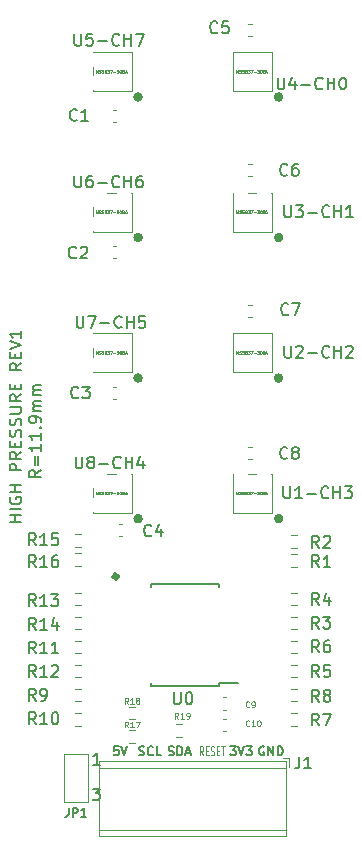
<source format=gto>
%TF.GenerationSoftware,KiCad,Pcbnew,(5.1.12)-1*%
%TF.CreationDate,2022-08-18T11:29:56-07:00*%
%TF.ProjectId,HighPressureSensorArray,48696768-5072-4657-9373-75726553656e,rev?*%
%TF.SameCoordinates,Original*%
%TF.FileFunction,Legend,Top*%
%TF.FilePolarity,Positive*%
%FSLAX46Y46*%
G04 Gerber Fmt 4.6, Leading zero omitted, Abs format (unit mm)*
G04 Created by KiCad (PCBNEW (5.1.12)-1) date 2022-08-18 11:29:56*
%MOMM*%
%LPD*%
G01*
G04 APERTURE LIST*
%ADD10C,0.500000*%
%ADD11C,0.150000*%
%ADD12C,0.125000*%
%ADD13C,0.050000*%
%ADD14C,0.400000*%
%ADD15C,0.120000*%
%ADD16C,0.062500*%
%ADD17R,1.300000X1.300000*%
%ADD18R,1.500000X1.000000*%
%ADD19R,1.750000X0.450000*%
%ADD20C,2.100000*%
%ADD21R,2.200000X2.200000*%
%ADD22C,2.200000*%
G04 APERTURE END LIST*
D10*
X124241421Y-74950000D02*
G75*
G03*
X124241421Y-74950000I-141421J0D01*
G01*
D11*
X124357142Y-89339285D02*
X124000000Y-89339285D01*
X123964285Y-89696428D01*
X124000000Y-89660714D01*
X124071428Y-89625000D01*
X124250000Y-89625000D01*
X124321428Y-89660714D01*
X124357142Y-89696428D01*
X124392857Y-89767857D01*
X124392857Y-89946428D01*
X124357142Y-90017857D01*
X124321428Y-90053571D01*
X124250000Y-90089285D01*
X124071428Y-90089285D01*
X124000000Y-90053571D01*
X123964285Y-90017857D01*
X124607142Y-89339285D02*
X124857142Y-90089285D01*
X125107142Y-89339285D01*
X126107142Y-90053571D02*
X126214285Y-90089285D01*
X126392857Y-90089285D01*
X126464285Y-90053571D01*
X126500000Y-90017857D01*
X126535714Y-89946428D01*
X126535714Y-89875000D01*
X126500000Y-89803571D01*
X126464285Y-89767857D01*
X126392857Y-89732142D01*
X126250000Y-89696428D01*
X126178571Y-89660714D01*
X126142857Y-89625000D01*
X126107142Y-89553571D01*
X126107142Y-89482142D01*
X126142857Y-89410714D01*
X126178571Y-89375000D01*
X126250000Y-89339285D01*
X126428571Y-89339285D01*
X126535714Y-89375000D01*
X127285714Y-90017857D02*
X127250000Y-90053571D01*
X127142857Y-90089285D01*
X127071428Y-90089285D01*
X126964285Y-90053571D01*
X126892857Y-89982142D01*
X126857142Y-89910714D01*
X126821428Y-89767857D01*
X126821428Y-89660714D01*
X126857142Y-89517857D01*
X126892857Y-89446428D01*
X126964285Y-89375000D01*
X127071428Y-89339285D01*
X127142857Y-89339285D01*
X127250000Y-89375000D01*
X127285714Y-89410714D01*
X127964285Y-90089285D02*
X127607142Y-90089285D01*
X127607142Y-89339285D01*
X128589285Y-90053571D02*
X128696428Y-90089285D01*
X128875000Y-90089285D01*
X128946428Y-90053571D01*
X128982142Y-90017857D01*
X129017857Y-89946428D01*
X129017857Y-89875000D01*
X128982142Y-89803571D01*
X128946428Y-89767857D01*
X128875000Y-89732142D01*
X128732142Y-89696428D01*
X128660714Y-89660714D01*
X128625000Y-89625000D01*
X128589285Y-89553571D01*
X128589285Y-89482142D01*
X128625000Y-89410714D01*
X128660714Y-89375000D01*
X128732142Y-89339285D01*
X128910714Y-89339285D01*
X129017857Y-89375000D01*
X129339285Y-90089285D02*
X129339285Y-89339285D01*
X129517857Y-89339285D01*
X129625000Y-89375000D01*
X129696428Y-89446428D01*
X129732142Y-89517857D01*
X129767857Y-89660714D01*
X129767857Y-89767857D01*
X129732142Y-89910714D01*
X129696428Y-89982142D01*
X129625000Y-90053571D01*
X129517857Y-90089285D01*
X129339285Y-90089285D01*
X130053571Y-89875000D02*
X130410714Y-89875000D01*
X129982142Y-90089285D02*
X130232142Y-89339285D01*
X130482142Y-90089285D01*
D12*
X131523809Y-90089285D02*
X131357142Y-89732142D01*
X131238095Y-90089285D02*
X131238095Y-89339285D01*
X131428571Y-89339285D01*
X131476190Y-89375000D01*
X131500000Y-89410714D01*
X131523809Y-89482142D01*
X131523809Y-89589285D01*
X131500000Y-89660714D01*
X131476190Y-89696428D01*
X131428571Y-89732142D01*
X131238095Y-89732142D01*
X131738095Y-89696428D02*
X131904761Y-89696428D01*
X131976190Y-90089285D02*
X131738095Y-90089285D01*
X131738095Y-89339285D01*
X131976190Y-89339285D01*
X132166666Y-90053571D02*
X132238095Y-90089285D01*
X132357142Y-90089285D01*
X132404761Y-90053571D01*
X132428571Y-90017857D01*
X132452380Y-89946428D01*
X132452380Y-89875000D01*
X132428571Y-89803571D01*
X132404761Y-89767857D01*
X132357142Y-89732142D01*
X132261904Y-89696428D01*
X132214285Y-89660714D01*
X132190476Y-89625000D01*
X132166666Y-89553571D01*
X132166666Y-89482142D01*
X132190476Y-89410714D01*
X132214285Y-89375000D01*
X132261904Y-89339285D01*
X132380952Y-89339285D01*
X132452380Y-89375000D01*
X132666666Y-89696428D02*
X132833333Y-89696428D01*
X132904761Y-90089285D02*
X132666666Y-90089285D01*
X132666666Y-89339285D01*
X132904761Y-89339285D01*
X133047619Y-89339285D02*
X133333333Y-89339285D01*
X133190476Y-90089285D02*
X133190476Y-89339285D01*
D11*
X133821428Y-89339285D02*
X134285714Y-89339285D01*
X134035714Y-89625000D01*
X134142857Y-89625000D01*
X134214285Y-89660714D01*
X134250000Y-89696428D01*
X134285714Y-89767857D01*
X134285714Y-89946428D01*
X134250000Y-90017857D01*
X134214285Y-90053571D01*
X134142857Y-90089285D01*
X133928571Y-90089285D01*
X133857142Y-90053571D01*
X133821428Y-90017857D01*
X134500000Y-89339285D02*
X134750000Y-90089285D01*
X135000000Y-89339285D01*
X135178571Y-89339285D02*
X135642857Y-89339285D01*
X135392857Y-89625000D01*
X135500000Y-89625000D01*
X135571428Y-89660714D01*
X135607142Y-89696428D01*
X135642857Y-89767857D01*
X135642857Y-89946428D01*
X135607142Y-90017857D01*
X135571428Y-90053571D01*
X135500000Y-90089285D01*
X135285714Y-90089285D01*
X135214285Y-90053571D01*
X135178571Y-90017857D01*
X136678571Y-89375000D02*
X136607142Y-89339285D01*
X136500000Y-89339285D01*
X136392857Y-89375000D01*
X136321428Y-89446428D01*
X136285714Y-89517857D01*
X136250000Y-89660714D01*
X136250000Y-89767857D01*
X136285714Y-89910714D01*
X136321428Y-89982142D01*
X136392857Y-90053571D01*
X136500000Y-90089285D01*
X136571428Y-90089285D01*
X136678571Y-90053571D01*
X136714285Y-90017857D01*
X136714285Y-89767857D01*
X136571428Y-89767857D01*
X137035714Y-90089285D02*
X137035714Y-89339285D01*
X137464285Y-90089285D01*
X137464285Y-89339285D01*
X137821428Y-90089285D02*
X137821428Y-89339285D01*
X138000000Y-89339285D01*
X138107142Y-89375000D01*
X138178571Y-89446428D01*
X138214285Y-89517857D01*
X138250000Y-89660714D01*
X138250000Y-89767857D01*
X138214285Y-89910714D01*
X138178571Y-89982142D01*
X138107142Y-90053571D01*
X138000000Y-90089285D01*
X137821428Y-90089285D01*
X116127380Y-70297619D02*
X115127380Y-70297619D01*
X115603571Y-70297619D02*
X115603571Y-69726190D01*
X116127380Y-69726190D02*
X115127380Y-69726190D01*
X116127380Y-69250000D02*
X115127380Y-69250000D01*
X115175000Y-68250000D02*
X115127380Y-68345238D01*
X115127380Y-68488095D01*
X115175000Y-68630952D01*
X115270238Y-68726190D01*
X115365476Y-68773809D01*
X115555952Y-68821428D01*
X115698809Y-68821428D01*
X115889285Y-68773809D01*
X115984523Y-68726190D01*
X116079761Y-68630952D01*
X116127380Y-68488095D01*
X116127380Y-68392857D01*
X116079761Y-68250000D01*
X116032142Y-68202380D01*
X115698809Y-68202380D01*
X115698809Y-68392857D01*
X116127380Y-67773809D02*
X115127380Y-67773809D01*
X115603571Y-67773809D02*
X115603571Y-67202380D01*
X116127380Y-67202380D02*
X115127380Y-67202380D01*
X116127380Y-65964285D02*
X115127380Y-65964285D01*
X115127380Y-65583333D01*
X115175000Y-65488095D01*
X115222619Y-65440476D01*
X115317857Y-65392857D01*
X115460714Y-65392857D01*
X115555952Y-65440476D01*
X115603571Y-65488095D01*
X115651190Y-65583333D01*
X115651190Y-65964285D01*
X116127380Y-64392857D02*
X115651190Y-64726190D01*
X116127380Y-64964285D02*
X115127380Y-64964285D01*
X115127380Y-64583333D01*
X115175000Y-64488095D01*
X115222619Y-64440476D01*
X115317857Y-64392857D01*
X115460714Y-64392857D01*
X115555952Y-64440476D01*
X115603571Y-64488095D01*
X115651190Y-64583333D01*
X115651190Y-64964285D01*
X115603571Y-63964285D02*
X115603571Y-63630952D01*
X116127380Y-63488095D02*
X116127380Y-63964285D01*
X115127380Y-63964285D01*
X115127380Y-63488095D01*
X116079761Y-63107142D02*
X116127380Y-62964285D01*
X116127380Y-62726190D01*
X116079761Y-62630952D01*
X116032142Y-62583333D01*
X115936904Y-62535714D01*
X115841666Y-62535714D01*
X115746428Y-62583333D01*
X115698809Y-62630952D01*
X115651190Y-62726190D01*
X115603571Y-62916666D01*
X115555952Y-63011904D01*
X115508333Y-63059523D01*
X115413095Y-63107142D01*
X115317857Y-63107142D01*
X115222619Y-63059523D01*
X115175000Y-63011904D01*
X115127380Y-62916666D01*
X115127380Y-62678571D01*
X115175000Y-62535714D01*
X116079761Y-62154761D02*
X116127380Y-62011904D01*
X116127380Y-61773809D01*
X116079761Y-61678571D01*
X116032142Y-61630952D01*
X115936904Y-61583333D01*
X115841666Y-61583333D01*
X115746428Y-61630952D01*
X115698809Y-61678571D01*
X115651190Y-61773809D01*
X115603571Y-61964285D01*
X115555952Y-62059523D01*
X115508333Y-62107142D01*
X115413095Y-62154761D01*
X115317857Y-62154761D01*
X115222619Y-62107142D01*
X115175000Y-62059523D01*
X115127380Y-61964285D01*
X115127380Y-61726190D01*
X115175000Y-61583333D01*
X115127380Y-61154761D02*
X115936904Y-61154761D01*
X116032142Y-61107142D01*
X116079761Y-61059523D01*
X116127380Y-60964285D01*
X116127380Y-60773809D01*
X116079761Y-60678571D01*
X116032142Y-60630952D01*
X115936904Y-60583333D01*
X115127380Y-60583333D01*
X116127380Y-59535714D02*
X115651190Y-59869047D01*
X116127380Y-60107142D02*
X115127380Y-60107142D01*
X115127380Y-59726190D01*
X115175000Y-59630952D01*
X115222619Y-59583333D01*
X115317857Y-59535714D01*
X115460714Y-59535714D01*
X115555952Y-59583333D01*
X115603571Y-59630952D01*
X115651190Y-59726190D01*
X115651190Y-60107142D01*
X115603571Y-59107142D02*
X115603571Y-58773809D01*
X116127380Y-58630952D02*
X116127380Y-59107142D01*
X115127380Y-59107142D01*
X115127380Y-58630952D01*
X116127380Y-56869047D02*
X115651190Y-57202380D01*
X116127380Y-57440476D02*
X115127380Y-57440476D01*
X115127380Y-57059523D01*
X115175000Y-56964285D01*
X115222619Y-56916666D01*
X115317857Y-56869047D01*
X115460714Y-56869047D01*
X115555952Y-56916666D01*
X115603571Y-56964285D01*
X115651190Y-57059523D01*
X115651190Y-57440476D01*
X115603571Y-56440476D02*
X115603571Y-56107142D01*
X116127380Y-55964285D02*
X116127380Y-56440476D01*
X115127380Y-56440476D01*
X115127380Y-55964285D01*
X115127380Y-55678571D02*
X116127380Y-55345238D01*
X115127380Y-55011904D01*
X116127380Y-54154761D02*
X116127380Y-54726190D01*
X116127380Y-54440476D02*
X115127380Y-54440476D01*
X115270238Y-54535714D01*
X115365476Y-54630952D01*
X115413095Y-54726190D01*
X117777380Y-65940476D02*
X117301190Y-66273809D01*
X117777380Y-66511904D02*
X116777380Y-66511904D01*
X116777380Y-66130952D01*
X116825000Y-66035714D01*
X116872619Y-65988095D01*
X116967857Y-65940476D01*
X117110714Y-65940476D01*
X117205952Y-65988095D01*
X117253571Y-66035714D01*
X117301190Y-66130952D01*
X117301190Y-66511904D01*
X117253571Y-65511904D02*
X117253571Y-64750000D01*
X117539285Y-64750000D02*
X117539285Y-65511904D01*
X117777380Y-63750000D02*
X117777380Y-64321428D01*
X117777380Y-64035714D02*
X116777380Y-64035714D01*
X116920238Y-64130952D01*
X117015476Y-64226190D01*
X117063095Y-64321428D01*
X117777380Y-62797619D02*
X117777380Y-63369047D01*
X117777380Y-63083333D02*
X116777380Y-63083333D01*
X116920238Y-63178571D01*
X117015476Y-63273809D01*
X117063095Y-63369047D01*
X117682142Y-62369047D02*
X117729761Y-62321428D01*
X117777380Y-62369047D01*
X117729761Y-62416666D01*
X117682142Y-62369047D01*
X117777380Y-62369047D01*
X117777380Y-61845238D02*
X117777380Y-61654761D01*
X117729761Y-61559523D01*
X117682142Y-61511904D01*
X117539285Y-61416666D01*
X117348809Y-61369047D01*
X116967857Y-61369047D01*
X116872619Y-61416666D01*
X116825000Y-61464285D01*
X116777380Y-61559523D01*
X116777380Y-61750000D01*
X116825000Y-61845238D01*
X116872619Y-61892857D01*
X116967857Y-61940476D01*
X117205952Y-61940476D01*
X117301190Y-61892857D01*
X117348809Y-61845238D01*
X117396428Y-61750000D01*
X117396428Y-61559523D01*
X117348809Y-61464285D01*
X117301190Y-61416666D01*
X117205952Y-61369047D01*
X117777380Y-60940476D02*
X117110714Y-60940476D01*
X117205952Y-60940476D02*
X117158333Y-60892857D01*
X117110714Y-60797619D01*
X117110714Y-60654761D01*
X117158333Y-60559523D01*
X117253571Y-60511904D01*
X117777380Y-60511904D01*
X117253571Y-60511904D02*
X117158333Y-60464285D01*
X117110714Y-60369047D01*
X117110714Y-60226190D01*
X117158333Y-60130952D01*
X117253571Y-60083333D01*
X117777380Y-60083333D01*
X117777380Y-59607142D02*
X117110714Y-59607142D01*
X117205952Y-59607142D02*
X117158333Y-59559523D01*
X117110714Y-59464285D01*
X117110714Y-59321428D01*
X117158333Y-59226190D01*
X117253571Y-59178571D01*
X117777380Y-59178571D01*
X117253571Y-59178571D02*
X117158333Y-59130952D01*
X117110714Y-59035714D01*
X117110714Y-58892857D01*
X117158333Y-58797619D01*
X117253571Y-58750000D01*
X117777380Y-58750000D01*
D13*
X125462600Y-66250400D02*
X125462600Y-69550400D01*
X122162600Y-69550400D02*
X125462600Y-69550400D01*
X122162600Y-66250400D02*
X125462600Y-66250400D01*
X122162600Y-66250400D02*
X122162600Y-69550400D01*
D14*
X126213000Y-70050000D02*
G75*
G03*
X126213000Y-70050000I-200000J0D01*
G01*
D15*
X121750000Y-89950000D02*
X121750000Y-94050000D01*
X121750000Y-94050000D02*
X119750000Y-94050000D01*
X119750000Y-94050000D02*
X119750000Y-89950000D01*
X119750000Y-89950000D02*
X121750000Y-89950000D01*
X123859420Y-35490000D02*
X124140580Y-35490000D01*
X123859420Y-36510000D02*
X124140580Y-36510000D01*
X123859420Y-48010000D02*
X124140580Y-48010000D01*
X123859420Y-46990000D02*
X124140580Y-46990000D01*
X123859420Y-58890000D02*
X124140580Y-58890000D01*
X123859420Y-59910000D02*
X124140580Y-59910000D01*
X124359420Y-71510000D02*
X124640580Y-71510000D01*
X124359420Y-70490000D02*
X124640580Y-70490000D01*
X135640580Y-29210000D02*
X135359420Y-29210000D01*
X135640580Y-28190000D02*
X135359420Y-28190000D01*
X135640580Y-39990000D02*
X135359420Y-39990000D01*
X135640580Y-41010000D02*
X135359420Y-41010000D01*
X135640580Y-51990000D02*
X135359420Y-51990000D01*
X135640580Y-53010000D02*
X135359420Y-53010000D01*
X135640580Y-65010000D02*
X135359420Y-65010000D01*
X135640580Y-63990000D02*
X135359420Y-63990000D01*
X133159420Y-86210000D02*
X133440580Y-86210000D01*
X133159420Y-85190000D02*
X133440580Y-85190000D01*
X133159420Y-86990000D02*
X133440580Y-86990000D01*
X133159420Y-88010000D02*
X133440580Y-88010000D01*
X139437258Y-74122500D02*
X138962742Y-74122500D01*
X139437258Y-73077500D02*
X138962742Y-73077500D01*
X139437258Y-71477500D02*
X138962742Y-71477500D01*
X139437258Y-72522500D02*
X138962742Y-72522500D01*
X139437258Y-78357090D02*
X138962742Y-78357090D01*
X139437258Y-79402090D02*
X138962742Y-79402090D01*
X139437258Y-77361274D02*
X138962742Y-77361274D01*
X139437258Y-76316274D02*
X138962742Y-76316274D01*
X139437258Y-83483722D02*
X138962742Y-83483722D01*
X139437258Y-82438722D02*
X138962742Y-82438722D01*
X139437258Y-80397906D02*
X138962742Y-80397906D01*
X139437258Y-81442906D02*
X138962742Y-81442906D01*
X139437258Y-86520357D02*
X138962742Y-86520357D01*
X139437258Y-87565357D02*
X138962742Y-87565357D01*
X139437258Y-85524538D02*
X138962742Y-85524538D01*
X139437258Y-84479538D02*
X138962742Y-84479538D01*
X120662742Y-85523516D02*
X121137258Y-85523516D01*
X120662742Y-84478516D02*
X121137258Y-84478516D01*
X120662742Y-87565357D02*
X121137258Y-87565357D01*
X120662742Y-86520357D02*
X121137258Y-86520357D01*
X120662742Y-81439844D02*
X121137258Y-81439844D01*
X120662742Y-80394844D02*
X121137258Y-80394844D01*
X120662742Y-82436680D02*
X121137258Y-82436680D01*
X120662742Y-83481680D02*
X121137258Y-83481680D01*
X120662742Y-77356172D02*
X121137258Y-77356172D01*
X120662742Y-76311172D02*
X121137258Y-76311172D01*
X120662742Y-78353008D02*
X121137258Y-78353008D01*
X120662742Y-79398008D02*
X121137258Y-79398008D01*
X120662742Y-72422500D02*
X121137258Y-72422500D01*
X120662742Y-71377500D02*
X121137258Y-71377500D01*
X120662742Y-72977500D02*
X121137258Y-72977500D01*
X120662742Y-74022500D02*
X121137258Y-74022500D01*
X125737258Y-87977500D02*
X125262742Y-87977500D01*
X125737258Y-89022500D02*
X125262742Y-89022500D01*
X125737258Y-87022500D02*
X125262742Y-87022500D01*
X125737258Y-85977500D02*
X125262742Y-85977500D01*
X129737258Y-88522500D02*
X129262742Y-88522500D01*
X129737258Y-87477500D02*
X129262742Y-87477500D01*
D11*
X132875000Y-84000000D02*
X134475000Y-84000000D01*
X132875000Y-75575000D02*
X127125000Y-75575000D01*
X132875000Y-84225000D02*
X127125000Y-84225000D01*
X132875000Y-75575000D02*
X132875000Y-75875000D01*
X127125000Y-75575000D02*
X127125000Y-75875000D01*
X127125000Y-84225000D02*
X127125000Y-83925000D01*
X132875000Y-84225000D02*
X132875000Y-84000000D01*
D14*
X138113000Y-70050000D02*
G75*
G03*
X138113000Y-70050000I-200000J0D01*
G01*
D13*
X134062600Y-66250400D02*
X134062600Y-69550400D01*
X134062600Y-66250400D02*
X137362600Y-66250400D01*
X134062600Y-69550400D02*
X137362600Y-69550400D01*
X137362600Y-66250400D02*
X137362600Y-69550400D01*
D14*
X138113000Y-58150000D02*
G75*
G03*
X138113000Y-58150000I-200000J0D01*
G01*
D13*
X134062600Y-54350400D02*
X134062600Y-57650400D01*
X134062600Y-54350400D02*
X137362600Y-54350400D01*
X134062600Y-57650400D02*
X137362600Y-57650400D01*
X137362600Y-54350400D02*
X137362600Y-57650400D01*
D14*
X138113000Y-46250000D02*
G75*
G03*
X138113000Y-46250000I-200000J0D01*
G01*
D13*
X134062600Y-42450400D02*
X134062600Y-45750400D01*
X134062600Y-42450400D02*
X137362600Y-42450400D01*
X134062600Y-45750400D02*
X137362600Y-45750400D01*
X137362600Y-42450400D02*
X137362600Y-45750400D01*
X137362600Y-30550400D02*
X137362600Y-33850400D01*
X134062600Y-33850400D02*
X137362600Y-33850400D01*
X134062600Y-30550400D02*
X137362600Y-30550400D01*
X134062600Y-30550400D02*
X134062600Y-33850400D01*
D14*
X138113000Y-34350000D02*
G75*
G03*
X138113000Y-34350000I-200000J0D01*
G01*
D13*
X125462600Y-30550400D02*
X125462600Y-33850400D01*
X122162600Y-33850400D02*
X125462600Y-33850400D01*
X122162600Y-30550400D02*
X125462600Y-30550400D01*
X122162600Y-30550400D02*
X122162600Y-33850400D01*
D14*
X126213000Y-34350000D02*
G75*
G03*
X126213000Y-34350000I-200000J0D01*
G01*
X126213000Y-46250000D02*
G75*
G03*
X126213000Y-46250000I-200000J0D01*
G01*
D13*
X122162600Y-42450400D02*
X122162600Y-45750400D01*
X122162600Y-42450400D02*
X125462600Y-42450400D01*
X122162600Y-45750400D02*
X125462600Y-45750400D01*
X125462600Y-42450400D02*
X125462600Y-45750400D01*
X125462600Y-54350400D02*
X125462600Y-57650400D01*
X122162600Y-57650400D02*
X125462600Y-57650400D01*
X122162600Y-54350400D02*
X125462600Y-54350400D01*
X122162600Y-54350400D02*
X122162600Y-57650400D01*
D14*
X126213000Y-58150000D02*
G75*
G03*
X126213000Y-58150000I-200000J0D01*
G01*
D15*
X138800000Y-90350000D02*
X138300000Y-90350000D01*
X138800000Y-91090000D02*
X138800000Y-90350000D01*
X122740000Y-96910000D02*
X122740000Y-90590000D01*
X138560000Y-96910000D02*
X138560000Y-90590000D01*
X138560000Y-90590000D02*
X122740000Y-90590000D01*
X138560000Y-96910000D02*
X122740000Y-96910000D01*
X138560000Y-96450000D02*
X122740000Y-96450000D01*
X138560000Y-91150000D02*
X122740000Y-91150000D01*
D11*
X120719047Y-64802380D02*
X120719047Y-65611904D01*
X120766666Y-65707142D01*
X120814285Y-65754761D01*
X120909523Y-65802380D01*
X121100000Y-65802380D01*
X121195238Y-65754761D01*
X121242857Y-65707142D01*
X121290476Y-65611904D01*
X121290476Y-64802380D01*
X121909523Y-65230952D02*
X121814285Y-65183333D01*
X121766666Y-65135714D01*
X121719047Y-65040476D01*
X121719047Y-64992857D01*
X121766666Y-64897619D01*
X121814285Y-64850000D01*
X121909523Y-64802380D01*
X122100000Y-64802380D01*
X122195238Y-64850000D01*
X122242857Y-64897619D01*
X122290476Y-64992857D01*
X122290476Y-65040476D01*
X122242857Y-65135714D01*
X122195238Y-65183333D01*
X122100000Y-65230952D01*
X121909523Y-65230952D01*
X121814285Y-65278571D01*
X121766666Y-65326190D01*
X121719047Y-65421428D01*
X121719047Y-65611904D01*
X121766666Y-65707142D01*
X121814285Y-65754761D01*
X121909523Y-65802380D01*
X122100000Y-65802380D01*
X122195238Y-65754761D01*
X122242857Y-65707142D01*
X122290476Y-65611904D01*
X122290476Y-65421428D01*
X122242857Y-65326190D01*
X122195238Y-65278571D01*
X122100000Y-65230952D01*
X122719047Y-65421428D02*
X123480952Y-65421428D01*
X124528571Y-65707142D02*
X124480952Y-65754761D01*
X124338095Y-65802380D01*
X124242857Y-65802380D01*
X124100000Y-65754761D01*
X124004761Y-65659523D01*
X123957142Y-65564285D01*
X123909523Y-65373809D01*
X123909523Y-65230952D01*
X123957142Y-65040476D01*
X124004761Y-64945238D01*
X124100000Y-64850000D01*
X124242857Y-64802380D01*
X124338095Y-64802380D01*
X124480952Y-64850000D01*
X124528571Y-64897619D01*
X124957142Y-65802380D02*
X124957142Y-64802380D01*
X124957142Y-65278571D02*
X125528571Y-65278571D01*
X125528571Y-65802380D02*
X125528571Y-64802380D01*
X126433333Y-65135714D02*
X126433333Y-65802380D01*
X126195238Y-64754761D02*
X125957142Y-65469047D01*
X126576190Y-65469047D01*
D16*
X122423428Y-68004095D02*
X122423428Y-67754095D01*
X122506761Y-67932666D01*
X122590095Y-67754095D01*
X122590095Y-68004095D01*
X122697238Y-67992190D02*
X122732952Y-68004095D01*
X122792476Y-68004095D01*
X122816285Y-67992190D01*
X122828190Y-67980285D01*
X122840095Y-67956476D01*
X122840095Y-67932666D01*
X122828190Y-67908857D01*
X122816285Y-67896952D01*
X122792476Y-67885047D01*
X122744857Y-67873142D01*
X122721047Y-67861238D01*
X122709142Y-67849333D01*
X122697238Y-67825523D01*
X122697238Y-67801714D01*
X122709142Y-67777904D01*
X122721047Y-67766000D01*
X122744857Y-67754095D01*
X122804380Y-67754095D01*
X122840095Y-67766000D01*
X123066285Y-67754095D02*
X122947238Y-67754095D01*
X122935333Y-67873142D01*
X122947238Y-67861238D01*
X122971047Y-67849333D01*
X123030571Y-67849333D01*
X123054380Y-67861238D01*
X123066285Y-67873142D01*
X123078190Y-67896952D01*
X123078190Y-67956476D01*
X123066285Y-67980285D01*
X123054380Y-67992190D01*
X123030571Y-68004095D01*
X122971047Y-68004095D01*
X122947238Y-67992190D01*
X122935333Y-67980285D01*
X123221047Y-67861238D02*
X123197238Y-67849333D01*
X123185333Y-67837428D01*
X123173428Y-67813619D01*
X123173428Y-67801714D01*
X123185333Y-67777904D01*
X123197238Y-67766000D01*
X123221047Y-67754095D01*
X123268666Y-67754095D01*
X123292476Y-67766000D01*
X123304380Y-67777904D01*
X123316285Y-67801714D01*
X123316285Y-67813619D01*
X123304380Y-67837428D01*
X123292476Y-67849333D01*
X123268666Y-67861238D01*
X123221047Y-67861238D01*
X123197238Y-67873142D01*
X123185333Y-67885047D01*
X123173428Y-67908857D01*
X123173428Y-67956476D01*
X123185333Y-67980285D01*
X123197238Y-67992190D01*
X123221047Y-68004095D01*
X123268666Y-68004095D01*
X123292476Y-67992190D01*
X123304380Y-67980285D01*
X123316285Y-67956476D01*
X123316285Y-67908857D01*
X123304380Y-67885047D01*
X123292476Y-67873142D01*
X123268666Y-67861238D01*
X123399619Y-67754095D02*
X123554380Y-67754095D01*
X123471047Y-67849333D01*
X123506761Y-67849333D01*
X123530571Y-67861238D01*
X123542476Y-67873142D01*
X123554380Y-67896952D01*
X123554380Y-67956476D01*
X123542476Y-67980285D01*
X123530571Y-67992190D01*
X123506761Y-68004095D01*
X123435333Y-68004095D01*
X123411523Y-67992190D01*
X123399619Y-67980285D01*
X123637714Y-67754095D02*
X123804380Y-67754095D01*
X123697238Y-68004095D01*
X123899619Y-67908857D02*
X124090095Y-67908857D01*
X124185333Y-67754095D02*
X124340095Y-67754095D01*
X124256761Y-67849333D01*
X124292476Y-67849333D01*
X124316285Y-67861238D01*
X124328190Y-67873142D01*
X124340095Y-67896952D01*
X124340095Y-67956476D01*
X124328190Y-67980285D01*
X124316285Y-67992190D01*
X124292476Y-68004095D01*
X124221047Y-68004095D01*
X124197238Y-67992190D01*
X124185333Y-67980285D01*
X124494857Y-67754095D02*
X124518666Y-67754095D01*
X124542476Y-67766000D01*
X124554380Y-67777904D01*
X124566285Y-67801714D01*
X124578190Y-67849333D01*
X124578190Y-67908857D01*
X124566285Y-67956476D01*
X124554380Y-67980285D01*
X124542476Y-67992190D01*
X124518666Y-68004095D01*
X124494857Y-68004095D01*
X124471047Y-67992190D01*
X124459142Y-67980285D01*
X124447238Y-67956476D01*
X124435333Y-67908857D01*
X124435333Y-67849333D01*
X124447238Y-67801714D01*
X124459142Y-67777904D01*
X124471047Y-67766000D01*
X124494857Y-67754095D01*
X124768666Y-67873142D02*
X124804380Y-67885047D01*
X124816285Y-67896952D01*
X124828190Y-67920761D01*
X124828190Y-67956476D01*
X124816285Y-67980285D01*
X124804380Y-67992190D01*
X124780571Y-68004095D01*
X124685333Y-68004095D01*
X124685333Y-67754095D01*
X124768666Y-67754095D01*
X124792476Y-67766000D01*
X124804380Y-67777904D01*
X124816285Y-67801714D01*
X124816285Y-67825523D01*
X124804380Y-67849333D01*
X124792476Y-67861238D01*
X124768666Y-67873142D01*
X124685333Y-67873142D01*
X124923428Y-67932666D02*
X125042476Y-67932666D01*
X124899619Y-68004095D02*
X124982952Y-67754095D01*
X125066285Y-68004095D01*
D11*
X120125000Y-94539285D02*
X120125000Y-95075000D01*
X120089285Y-95182142D01*
X120017857Y-95253571D01*
X119910714Y-95289285D01*
X119839285Y-95289285D01*
X120482142Y-95289285D02*
X120482142Y-94539285D01*
X120767857Y-94539285D01*
X120839285Y-94575000D01*
X120875000Y-94610714D01*
X120910714Y-94682142D01*
X120910714Y-94789285D01*
X120875000Y-94860714D01*
X120839285Y-94896428D01*
X120767857Y-94932142D01*
X120482142Y-94932142D01*
X121625000Y-95289285D02*
X121196428Y-95289285D01*
X121410714Y-95289285D02*
X121410714Y-94539285D01*
X121339285Y-94646428D01*
X121267857Y-94717857D01*
X121196428Y-94753571D01*
X122166666Y-92902380D02*
X122785714Y-92902380D01*
X122452380Y-93283333D01*
X122595238Y-93283333D01*
X122690476Y-93330952D01*
X122738095Y-93378571D01*
X122785714Y-93473809D01*
X122785714Y-93711904D01*
X122738095Y-93807142D01*
X122690476Y-93854761D01*
X122595238Y-93902380D01*
X122309523Y-93902380D01*
X122214285Y-93854761D01*
X122166666Y-93807142D01*
X122785714Y-90902380D02*
X122214285Y-90902380D01*
X122500000Y-90902380D02*
X122500000Y-89902380D01*
X122404761Y-90045238D01*
X122309523Y-90140476D01*
X122214285Y-90188095D01*
X120833333Y-36277142D02*
X120785714Y-36324761D01*
X120642857Y-36372380D01*
X120547619Y-36372380D01*
X120404761Y-36324761D01*
X120309523Y-36229523D01*
X120261904Y-36134285D01*
X120214285Y-35943809D01*
X120214285Y-35800952D01*
X120261904Y-35610476D01*
X120309523Y-35515238D01*
X120404761Y-35420000D01*
X120547619Y-35372380D01*
X120642857Y-35372380D01*
X120785714Y-35420000D01*
X120833333Y-35467619D01*
X121785714Y-36372380D02*
X121214285Y-36372380D01*
X121500000Y-36372380D02*
X121500000Y-35372380D01*
X121404761Y-35515238D01*
X121309523Y-35610476D01*
X121214285Y-35658095D01*
X120763333Y-47917142D02*
X120715714Y-47964761D01*
X120572857Y-48012380D01*
X120477619Y-48012380D01*
X120334761Y-47964761D01*
X120239523Y-47869523D01*
X120191904Y-47774285D01*
X120144285Y-47583809D01*
X120144285Y-47440952D01*
X120191904Y-47250476D01*
X120239523Y-47155238D01*
X120334761Y-47060000D01*
X120477619Y-47012380D01*
X120572857Y-47012380D01*
X120715714Y-47060000D01*
X120763333Y-47107619D01*
X121144285Y-47107619D02*
X121191904Y-47060000D01*
X121287142Y-47012380D01*
X121525238Y-47012380D01*
X121620476Y-47060000D01*
X121668095Y-47107619D01*
X121715714Y-47202857D01*
X121715714Y-47298095D01*
X121668095Y-47440952D01*
X121096666Y-48012380D01*
X121715714Y-48012380D01*
X120963333Y-59777142D02*
X120915714Y-59824761D01*
X120772857Y-59872380D01*
X120677619Y-59872380D01*
X120534761Y-59824761D01*
X120439523Y-59729523D01*
X120391904Y-59634285D01*
X120344285Y-59443809D01*
X120344285Y-59300952D01*
X120391904Y-59110476D01*
X120439523Y-59015238D01*
X120534761Y-58920000D01*
X120677619Y-58872380D01*
X120772857Y-58872380D01*
X120915714Y-58920000D01*
X120963333Y-58967619D01*
X121296666Y-58872380D02*
X121915714Y-58872380D01*
X121582380Y-59253333D01*
X121725238Y-59253333D01*
X121820476Y-59300952D01*
X121868095Y-59348571D01*
X121915714Y-59443809D01*
X121915714Y-59681904D01*
X121868095Y-59777142D01*
X121820476Y-59824761D01*
X121725238Y-59872380D01*
X121439523Y-59872380D01*
X121344285Y-59824761D01*
X121296666Y-59777142D01*
X127133333Y-71457142D02*
X127085714Y-71504761D01*
X126942857Y-71552380D01*
X126847619Y-71552380D01*
X126704761Y-71504761D01*
X126609523Y-71409523D01*
X126561904Y-71314285D01*
X126514285Y-71123809D01*
X126514285Y-70980952D01*
X126561904Y-70790476D01*
X126609523Y-70695238D01*
X126704761Y-70600000D01*
X126847619Y-70552380D01*
X126942857Y-70552380D01*
X127085714Y-70600000D01*
X127133333Y-70647619D01*
X127990476Y-70885714D02*
X127990476Y-71552380D01*
X127752380Y-70504761D02*
X127514285Y-71219047D01*
X128133333Y-71219047D01*
X132733333Y-28857142D02*
X132685714Y-28904761D01*
X132542857Y-28952380D01*
X132447619Y-28952380D01*
X132304761Y-28904761D01*
X132209523Y-28809523D01*
X132161904Y-28714285D01*
X132114285Y-28523809D01*
X132114285Y-28380952D01*
X132161904Y-28190476D01*
X132209523Y-28095238D01*
X132304761Y-28000000D01*
X132447619Y-27952380D01*
X132542857Y-27952380D01*
X132685714Y-28000000D01*
X132733333Y-28047619D01*
X133638095Y-27952380D02*
X133161904Y-27952380D01*
X133114285Y-28428571D01*
X133161904Y-28380952D01*
X133257142Y-28333333D01*
X133495238Y-28333333D01*
X133590476Y-28380952D01*
X133638095Y-28428571D01*
X133685714Y-28523809D01*
X133685714Y-28761904D01*
X133638095Y-28857142D01*
X133590476Y-28904761D01*
X133495238Y-28952380D01*
X133257142Y-28952380D01*
X133161904Y-28904761D01*
X133114285Y-28857142D01*
X138653333Y-40917142D02*
X138605714Y-40964761D01*
X138462857Y-41012380D01*
X138367619Y-41012380D01*
X138224761Y-40964761D01*
X138129523Y-40869523D01*
X138081904Y-40774285D01*
X138034285Y-40583809D01*
X138034285Y-40440952D01*
X138081904Y-40250476D01*
X138129523Y-40155238D01*
X138224761Y-40060000D01*
X138367619Y-40012380D01*
X138462857Y-40012380D01*
X138605714Y-40060000D01*
X138653333Y-40107619D01*
X139510476Y-40012380D02*
X139320000Y-40012380D01*
X139224761Y-40060000D01*
X139177142Y-40107619D01*
X139081904Y-40250476D01*
X139034285Y-40440952D01*
X139034285Y-40821904D01*
X139081904Y-40917142D01*
X139129523Y-40964761D01*
X139224761Y-41012380D01*
X139415238Y-41012380D01*
X139510476Y-40964761D01*
X139558095Y-40917142D01*
X139605714Y-40821904D01*
X139605714Y-40583809D01*
X139558095Y-40488571D01*
X139510476Y-40440952D01*
X139415238Y-40393333D01*
X139224761Y-40393333D01*
X139129523Y-40440952D01*
X139081904Y-40488571D01*
X139034285Y-40583809D01*
X138743333Y-52727142D02*
X138695714Y-52774761D01*
X138552857Y-52822380D01*
X138457619Y-52822380D01*
X138314761Y-52774761D01*
X138219523Y-52679523D01*
X138171904Y-52584285D01*
X138124285Y-52393809D01*
X138124285Y-52250952D01*
X138171904Y-52060476D01*
X138219523Y-51965238D01*
X138314761Y-51870000D01*
X138457619Y-51822380D01*
X138552857Y-51822380D01*
X138695714Y-51870000D01*
X138743333Y-51917619D01*
X139076666Y-51822380D02*
X139743333Y-51822380D01*
X139314761Y-52822380D01*
X138653333Y-64897142D02*
X138605714Y-64944761D01*
X138462857Y-64992380D01*
X138367619Y-64992380D01*
X138224761Y-64944761D01*
X138129523Y-64849523D01*
X138081904Y-64754285D01*
X138034285Y-64563809D01*
X138034285Y-64420952D01*
X138081904Y-64230476D01*
X138129523Y-64135238D01*
X138224761Y-64040000D01*
X138367619Y-63992380D01*
X138462857Y-63992380D01*
X138605714Y-64040000D01*
X138653333Y-64087619D01*
X139224761Y-64420952D02*
X139129523Y-64373333D01*
X139081904Y-64325714D01*
X139034285Y-64230476D01*
X139034285Y-64182857D01*
X139081904Y-64087619D01*
X139129523Y-64040000D01*
X139224761Y-63992380D01*
X139415238Y-63992380D01*
X139510476Y-64040000D01*
X139558095Y-64087619D01*
X139605714Y-64182857D01*
X139605714Y-64230476D01*
X139558095Y-64325714D01*
X139510476Y-64373333D01*
X139415238Y-64420952D01*
X139224761Y-64420952D01*
X139129523Y-64468571D01*
X139081904Y-64516190D01*
X139034285Y-64611428D01*
X139034285Y-64801904D01*
X139081904Y-64897142D01*
X139129523Y-64944761D01*
X139224761Y-64992380D01*
X139415238Y-64992380D01*
X139510476Y-64944761D01*
X139558095Y-64897142D01*
X139605714Y-64801904D01*
X139605714Y-64611428D01*
X139558095Y-64516190D01*
X139510476Y-64468571D01*
X139415238Y-64420952D01*
D12*
X135416666Y-85978571D02*
X135392857Y-86002380D01*
X135321428Y-86026190D01*
X135273809Y-86026190D01*
X135202380Y-86002380D01*
X135154761Y-85954761D01*
X135130952Y-85907142D01*
X135107142Y-85811904D01*
X135107142Y-85740476D01*
X135130952Y-85645238D01*
X135154761Y-85597619D01*
X135202380Y-85550000D01*
X135273809Y-85526190D01*
X135321428Y-85526190D01*
X135392857Y-85550000D01*
X135416666Y-85573809D01*
X135654761Y-86026190D02*
X135750000Y-86026190D01*
X135797619Y-86002380D01*
X135821428Y-85978571D01*
X135869047Y-85907142D01*
X135892857Y-85811904D01*
X135892857Y-85621428D01*
X135869047Y-85573809D01*
X135845238Y-85550000D01*
X135797619Y-85526190D01*
X135702380Y-85526190D01*
X135654761Y-85550000D01*
X135630952Y-85573809D01*
X135607142Y-85621428D01*
X135607142Y-85740476D01*
X135630952Y-85788095D01*
X135654761Y-85811904D01*
X135702380Y-85835714D01*
X135797619Y-85835714D01*
X135845238Y-85811904D01*
X135869047Y-85788095D01*
X135892857Y-85740476D01*
X135428571Y-87578571D02*
X135404761Y-87602380D01*
X135333333Y-87626190D01*
X135285714Y-87626190D01*
X135214285Y-87602380D01*
X135166666Y-87554761D01*
X135142857Y-87507142D01*
X135119047Y-87411904D01*
X135119047Y-87340476D01*
X135142857Y-87245238D01*
X135166666Y-87197619D01*
X135214285Y-87150000D01*
X135285714Y-87126190D01*
X135333333Y-87126190D01*
X135404761Y-87150000D01*
X135428571Y-87173809D01*
X135904761Y-87626190D02*
X135619047Y-87626190D01*
X135761904Y-87626190D02*
X135761904Y-87126190D01*
X135714285Y-87197619D01*
X135666666Y-87245238D01*
X135619047Y-87269047D01*
X136214285Y-87126190D02*
X136261904Y-87126190D01*
X136309523Y-87150000D01*
X136333333Y-87173809D01*
X136357142Y-87221428D01*
X136380952Y-87316666D01*
X136380952Y-87435714D01*
X136357142Y-87530952D01*
X136333333Y-87578571D01*
X136309523Y-87602380D01*
X136261904Y-87626190D01*
X136214285Y-87626190D01*
X136166666Y-87602380D01*
X136142857Y-87578571D01*
X136119047Y-87530952D01*
X136095238Y-87435714D01*
X136095238Y-87316666D01*
X136119047Y-87221428D01*
X136142857Y-87173809D01*
X136166666Y-87150000D01*
X136214285Y-87126190D01*
D11*
X141333333Y-74154422D02*
X141000000Y-73678232D01*
X140761904Y-74154422D02*
X140761904Y-73154422D01*
X141142857Y-73154422D01*
X141238095Y-73202042D01*
X141285714Y-73249661D01*
X141333333Y-73344899D01*
X141333333Y-73487756D01*
X141285714Y-73582994D01*
X141238095Y-73630613D01*
X141142857Y-73678232D01*
X140761904Y-73678232D01*
X142285714Y-74154422D02*
X141714285Y-74154422D01*
X142000000Y-74154422D02*
X142000000Y-73154422D01*
X141904761Y-73297280D01*
X141809523Y-73392518D01*
X141714285Y-73440137D01*
X141333333Y-72495238D02*
X141000000Y-72019048D01*
X140761904Y-72495238D02*
X140761904Y-71495238D01*
X141142857Y-71495238D01*
X141238095Y-71542858D01*
X141285714Y-71590477D01*
X141333333Y-71685715D01*
X141333333Y-71828572D01*
X141285714Y-71923810D01*
X141238095Y-71971429D01*
X141142857Y-72019048D01*
X140761904Y-72019048D01*
X141714285Y-71590477D02*
X141761904Y-71542858D01*
X141857142Y-71495238D01*
X142095238Y-71495238D01*
X142190476Y-71542858D01*
X142238095Y-71590477D01*
X142285714Y-71685715D01*
X142285714Y-71780953D01*
X142238095Y-71923810D01*
X141666666Y-72495238D01*
X142285714Y-72495238D01*
X141333333Y-79352380D02*
X141000000Y-78876190D01*
X140761904Y-79352380D02*
X140761904Y-78352380D01*
X141142857Y-78352380D01*
X141238095Y-78400000D01*
X141285714Y-78447619D01*
X141333333Y-78542857D01*
X141333333Y-78685714D01*
X141285714Y-78780952D01*
X141238095Y-78828571D01*
X141142857Y-78876190D01*
X140761904Y-78876190D01*
X141666666Y-78352380D02*
X142285714Y-78352380D01*
X141952380Y-78733333D01*
X142095238Y-78733333D01*
X142190476Y-78780952D01*
X142238095Y-78828571D01*
X142285714Y-78923809D01*
X142285714Y-79161904D01*
X142238095Y-79257142D01*
X142190476Y-79304761D01*
X142095238Y-79352380D01*
X141809523Y-79352380D01*
X141714285Y-79304761D01*
X141666666Y-79257142D01*
X141333333Y-77352380D02*
X141000000Y-76876190D01*
X140761904Y-77352380D02*
X140761904Y-76352380D01*
X141142857Y-76352380D01*
X141238095Y-76400000D01*
X141285714Y-76447619D01*
X141333333Y-76542857D01*
X141333333Y-76685714D01*
X141285714Y-76780952D01*
X141238095Y-76828571D01*
X141142857Y-76876190D01*
X140761904Y-76876190D01*
X142190476Y-76685714D02*
X142190476Y-77352380D01*
X141952380Y-76304761D02*
X141714285Y-77019047D01*
X142333333Y-77019047D01*
X141333333Y-83452380D02*
X141000000Y-82976190D01*
X140761904Y-83452380D02*
X140761904Y-82452380D01*
X141142857Y-82452380D01*
X141238095Y-82500000D01*
X141285714Y-82547619D01*
X141333333Y-82642857D01*
X141333333Y-82785714D01*
X141285714Y-82880952D01*
X141238095Y-82928571D01*
X141142857Y-82976190D01*
X140761904Y-82976190D01*
X142238095Y-82452380D02*
X141761904Y-82452380D01*
X141714285Y-82928571D01*
X141761904Y-82880952D01*
X141857142Y-82833333D01*
X142095238Y-82833333D01*
X142190476Y-82880952D01*
X142238095Y-82928571D01*
X142285714Y-83023809D01*
X142285714Y-83261904D01*
X142238095Y-83357142D01*
X142190476Y-83404761D01*
X142095238Y-83452380D01*
X141857142Y-83452380D01*
X141761904Y-83404761D01*
X141714285Y-83357142D01*
X141333333Y-81352380D02*
X141000000Y-80876190D01*
X140761904Y-81352380D02*
X140761904Y-80352380D01*
X141142857Y-80352380D01*
X141238095Y-80400000D01*
X141285714Y-80447619D01*
X141333333Y-80542857D01*
X141333333Y-80685714D01*
X141285714Y-80780952D01*
X141238095Y-80828571D01*
X141142857Y-80876190D01*
X140761904Y-80876190D01*
X142190476Y-80352380D02*
X142000000Y-80352380D01*
X141904761Y-80400000D01*
X141857142Y-80447619D01*
X141761904Y-80590476D01*
X141714285Y-80780952D01*
X141714285Y-81161904D01*
X141761904Y-81257142D01*
X141809523Y-81304761D01*
X141904761Y-81352380D01*
X142095238Y-81352380D01*
X142190476Y-81304761D01*
X142238095Y-81257142D01*
X142285714Y-81161904D01*
X142285714Y-80923809D01*
X142238095Y-80828571D01*
X142190476Y-80780952D01*
X142095238Y-80733333D01*
X141904761Y-80733333D01*
X141809523Y-80780952D01*
X141761904Y-80828571D01*
X141714285Y-80923809D01*
X141333333Y-87552380D02*
X141000000Y-87076190D01*
X140761904Y-87552380D02*
X140761904Y-86552380D01*
X141142857Y-86552380D01*
X141238095Y-86600000D01*
X141285714Y-86647619D01*
X141333333Y-86742857D01*
X141333333Y-86885714D01*
X141285714Y-86980952D01*
X141238095Y-87028571D01*
X141142857Y-87076190D01*
X140761904Y-87076190D01*
X141666666Y-86552380D02*
X142333333Y-86552380D01*
X141904761Y-87552380D01*
X141333333Y-85552380D02*
X141000000Y-85076190D01*
X140761904Y-85552380D02*
X140761904Y-84552380D01*
X141142857Y-84552380D01*
X141238095Y-84600000D01*
X141285714Y-84647619D01*
X141333333Y-84742857D01*
X141333333Y-84885714D01*
X141285714Y-84980952D01*
X141238095Y-85028571D01*
X141142857Y-85076190D01*
X140761904Y-85076190D01*
X141904761Y-84980952D02*
X141809523Y-84933333D01*
X141761904Y-84885714D01*
X141714285Y-84790476D01*
X141714285Y-84742857D01*
X141761904Y-84647619D01*
X141809523Y-84600000D01*
X141904761Y-84552380D01*
X142095238Y-84552380D01*
X142190476Y-84600000D01*
X142238095Y-84647619D01*
X142285714Y-84742857D01*
X142285714Y-84790476D01*
X142238095Y-84885714D01*
X142190476Y-84933333D01*
X142095238Y-84980952D01*
X141904761Y-84980952D01*
X141809523Y-85028571D01*
X141761904Y-85076190D01*
X141714285Y-85171428D01*
X141714285Y-85361904D01*
X141761904Y-85457142D01*
X141809523Y-85504761D01*
X141904761Y-85552380D01*
X142095238Y-85552380D01*
X142190476Y-85504761D01*
X142238095Y-85457142D01*
X142285714Y-85361904D01*
X142285714Y-85171428D01*
X142238095Y-85076190D01*
X142190476Y-85028571D01*
X142095238Y-84980952D01*
X117333333Y-85452380D02*
X117000000Y-84976190D01*
X116761904Y-85452380D02*
X116761904Y-84452380D01*
X117142857Y-84452380D01*
X117238095Y-84500000D01*
X117285714Y-84547619D01*
X117333333Y-84642857D01*
X117333333Y-84785714D01*
X117285714Y-84880952D01*
X117238095Y-84928571D01*
X117142857Y-84976190D01*
X116761904Y-84976190D01*
X117809523Y-85452380D02*
X118000000Y-85452380D01*
X118095238Y-85404761D01*
X118142857Y-85357142D01*
X118238095Y-85214285D01*
X118285714Y-85023809D01*
X118285714Y-84642857D01*
X118238095Y-84547619D01*
X118190476Y-84500000D01*
X118095238Y-84452380D01*
X117904761Y-84452380D01*
X117809523Y-84500000D01*
X117761904Y-84547619D01*
X117714285Y-84642857D01*
X117714285Y-84880952D01*
X117761904Y-84976190D01*
X117809523Y-85023809D01*
X117904761Y-85071428D01*
X118095238Y-85071428D01*
X118190476Y-85023809D01*
X118238095Y-84976190D01*
X118285714Y-84880952D01*
X117357142Y-87452380D02*
X117023809Y-86976190D01*
X116785714Y-87452380D02*
X116785714Y-86452380D01*
X117166666Y-86452380D01*
X117261904Y-86500000D01*
X117309523Y-86547619D01*
X117357142Y-86642857D01*
X117357142Y-86785714D01*
X117309523Y-86880952D01*
X117261904Y-86928571D01*
X117166666Y-86976190D01*
X116785714Y-86976190D01*
X118309523Y-87452380D02*
X117738095Y-87452380D01*
X118023809Y-87452380D02*
X118023809Y-86452380D01*
X117928571Y-86595238D01*
X117833333Y-86690476D01*
X117738095Y-86738095D01*
X118928571Y-86452380D02*
X119023809Y-86452380D01*
X119119047Y-86500000D01*
X119166666Y-86547619D01*
X119214285Y-86642857D01*
X119261904Y-86833333D01*
X119261904Y-87071428D01*
X119214285Y-87261904D01*
X119166666Y-87357142D01*
X119119047Y-87404761D01*
X119023809Y-87452380D01*
X118928571Y-87452380D01*
X118833333Y-87404761D01*
X118785714Y-87357142D01*
X118738095Y-87261904D01*
X118690476Y-87071428D01*
X118690476Y-86833333D01*
X118738095Y-86642857D01*
X118785714Y-86547619D01*
X118833333Y-86500000D01*
X118928571Y-86452380D01*
X117357142Y-81452380D02*
X117023809Y-80976190D01*
X116785714Y-81452380D02*
X116785714Y-80452380D01*
X117166666Y-80452380D01*
X117261904Y-80500000D01*
X117309523Y-80547619D01*
X117357142Y-80642857D01*
X117357142Y-80785714D01*
X117309523Y-80880952D01*
X117261904Y-80928571D01*
X117166666Y-80976190D01*
X116785714Y-80976190D01*
X118309523Y-81452380D02*
X117738095Y-81452380D01*
X118023809Y-81452380D02*
X118023809Y-80452380D01*
X117928571Y-80595238D01*
X117833333Y-80690476D01*
X117738095Y-80738095D01*
X119261904Y-81452380D02*
X118690476Y-81452380D01*
X118976190Y-81452380D02*
X118976190Y-80452380D01*
X118880952Y-80595238D01*
X118785714Y-80690476D01*
X118690476Y-80738095D01*
X117357142Y-83452380D02*
X117023809Y-82976190D01*
X116785714Y-83452380D02*
X116785714Y-82452380D01*
X117166666Y-82452380D01*
X117261904Y-82500000D01*
X117309523Y-82547619D01*
X117357142Y-82642857D01*
X117357142Y-82785714D01*
X117309523Y-82880952D01*
X117261904Y-82928571D01*
X117166666Y-82976190D01*
X116785714Y-82976190D01*
X118309523Y-83452380D02*
X117738095Y-83452380D01*
X118023809Y-83452380D02*
X118023809Y-82452380D01*
X117928571Y-82595238D01*
X117833333Y-82690476D01*
X117738095Y-82738095D01*
X118690476Y-82547619D02*
X118738095Y-82500000D01*
X118833333Y-82452380D01*
X119071428Y-82452380D01*
X119166666Y-82500000D01*
X119214285Y-82547619D01*
X119261904Y-82642857D01*
X119261904Y-82738095D01*
X119214285Y-82880952D01*
X118642857Y-83452380D01*
X119261904Y-83452380D01*
X117357142Y-77452380D02*
X117023809Y-76976190D01*
X116785714Y-77452380D02*
X116785714Y-76452380D01*
X117166666Y-76452380D01*
X117261904Y-76500000D01*
X117309523Y-76547619D01*
X117357142Y-76642857D01*
X117357142Y-76785714D01*
X117309523Y-76880952D01*
X117261904Y-76928571D01*
X117166666Y-76976190D01*
X116785714Y-76976190D01*
X118309523Y-77452380D02*
X117738095Y-77452380D01*
X118023809Y-77452380D02*
X118023809Y-76452380D01*
X117928571Y-76595238D01*
X117833333Y-76690476D01*
X117738095Y-76738095D01*
X118642857Y-76452380D02*
X119261904Y-76452380D01*
X118928571Y-76833333D01*
X119071428Y-76833333D01*
X119166666Y-76880952D01*
X119214285Y-76928571D01*
X119261904Y-77023809D01*
X119261904Y-77261904D01*
X119214285Y-77357142D01*
X119166666Y-77404761D01*
X119071428Y-77452380D01*
X118785714Y-77452380D01*
X118690476Y-77404761D01*
X118642857Y-77357142D01*
X117357142Y-79452380D02*
X117023809Y-78976190D01*
X116785714Y-79452380D02*
X116785714Y-78452380D01*
X117166666Y-78452380D01*
X117261904Y-78500000D01*
X117309523Y-78547619D01*
X117357142Y-78642857D01*
X117357142Y-78785714D01*
X117309523Y-78880952D01*
X117261904Y-78928571D01*
X117166666Y-78976190D01*
X116785714Y-78976190D01*
X118309523Y-79452380D02*
X117738095Y-79452380D01*
X118023809Y-79452380D02*
X118023809Y-78452380D01*
X117928571Y-78595238D01*
X117833333Y-78690476D01*
X117738095Y-78738095D01*
X119166666Y-78785714D02*
X119166666Y-79452380D01*
X118928571Y-78404761D02*
X118690476Y-79119047D01*
X119309523Y-79119047D01*
X117357142Y-72302380D02*
X117023809Y-71826190D01*
X116785714Y-72302380D02*
X116785714Y-71302380D01*
X117166666Y-71302380D01*
X117261904Y-71350000D01*
X117309523Y-71397619D01*
X117357142Y-71492857D01*
X117357142Y-71635714D01*
X117309523Y-71730952D01*
X117261904Y-71778571D01*
X117166666Y-71826190D01*
X116785714Y-71826190D01*
X118309523Y-72302380D02*
X117738095Y-72302380D01*
X118023809Y-72302380D02*
X118023809Y-71302380D01*
X117928571Y-71445238D01*
X117833333Y-71540476D01*
X117738095Y-71588095D01*
X119214285Y-71302380D02*
X118738095Y-71302380D01*
X118690476Y-71778571D01*
X118738095Y-71730952D01*
X118833333Y-71683333D01*
X119071428Y-71683333D01*
X119166666Y-71730952D01*
X119214285Y-71778571D01*
X119261904Y-71873809D01*
X119261904Y-72111904D01*
X119214285Y-72207142D01*
X119166666Y-72254761D01*
X119071428Y-72302380D01*
X118833333Y-72302380D01*
X118738095Y-72254761D01*
X118690476Y-72207142D01*
X117357142Y-74160544D02*
X117023809Y-73684354D01*
X116785714Y-74160544D02*
X116785714Y-73160544D01*
X117166666Y-73160544D01*
X117261904Y-73208164D01*
X117309523Y-73255783D01*
X117357142Y-73351021D01*
X117357142Y-73493878D01*
X117309523Y-73589116D01*
X117261904Y-73636735D01*
X117166666Y-73684354D01*
X116785714Y-73684354D01*
X118309523Y-74160544D02*
X117738095Y-74160544D01*
X118023809Y-74160544D02*
X118023809Y-73160544D01*
X117928571Y-73303402D01*
X117833333Y-73398640D01*
X117738095Y-73446259D01*
X119166666Y-73160544D02*
X118976190Y-73160544D01*
X118880952Y-73208164D01*
X118833333Y-73255783D01*
X118738095Y-73398640D01*
X118690476Y-73589116D01*
X118690476Y-73970068D01*
X118738095Y-74065306D01*
X118785714Y-74112925D01*
X118880952Y-74160544D01*
X119071428Y-74160544D01*
X119166666Y-74112925D01*
X119214285Y-74065306D01*
X119261904Y-73970068D01*
X119261904Y-73731973D01*
X119214285Y-73636735D01*
X119166666Y-73589116D01*
X119071428Y-73541497D01*
X118880952Y-73541497D01*
X118785714Y-73589116D01*
X118738095Y-73636735D01*
X118690476Y-73731973D01*
D12*
X125178571Y-87726190D02*
X125011904Y-87488095D01*
X124892857Y-87726190D02*
X124892857Y-87226190D01*
X125083333Y-87226190D01*
X125130952Y-87250000D01*
X125154761Y-87273809D01*
X125178571Y-87321428D01*
X125178571Y-87392857D01*
X125154761Y-87440476D01*
X125130952Y-87464285D01*
X125083333Y-87488095D01*
X124892857Y-87488095D01*
X125654761Y-87726190D02*
X125369047Y-87726190D01*
X125511904Y-87726190D02*
X125511904Y-87226190D01*
X125464285Y-87297619D01*
X125416666Y-87345238D01*
X125369047Y-87369047D01*
X125821428Y-87226190D02*
X126154761Y-87226190D01*
X125940476Y-87726190D01*
X125178571Y-85726190D02*
X125011904Y-85488095D01*
X124892857Y-85726190D02*
X124892857Y-85226190D01*
X125083333Y-85226190D01*
X125130952Y-85250000D01*
X125154761Y-85273809D01*
X125178571Y-85321428D01*
X125178571Y-85392857D01*
X125154761Y-85440476D01*
X125130952Y-85464285D01*
X125083333Y-85488095D01*
X124892857Y-85488095D01*
X125654761Y-85726190D02*
X125369047Y-85726190D01*
X125511904Y-85726190D02*
X125511904Y-85226190D01*
X125464285Y-85297619D01*
X125416666Y-85345238D01*
X125369047Y-85369047D01*
X125940476Y-85440476D02*
X125892857Y-85416666D01*
X125869047Y-85392857D01*
X125845238Y-85345238D01*
X125845238Y-85321428D01*
X125869047Y-85273809D01*
X125892857Y-85250000D01*
X125940476Y-85226190D01*
X126035714Y-85226190D01*
X126083333Y-85250000D01*
X126107142Y-85273809D01*
X126130952Y-85321428D01*
X126130952Y-85345238D01*
X126107142Y-85392857D01*
X126083333Y-85416666D01*
X126035714Y-85440476D01*
X125940476Y-85440476D01*
X125892857Y-85464285D01*
X125869047Y-85488095D01*
X125845238Y-85535714D01*
X125845238Y-85630952D01*
X125869047Y-85678571D01*
X125892857Y-85702380D01*
X125940476Y-85726190D01*
X126035714Y-85726190D01*
X126083333Y-85702380D01*
X126107142Y-85678571D01*
X126130952Y-85630952D01*
X126130952Y-85535714D01*
X126107142Y-85488095D01*
X126083333Y-85464285D01*
X126035714Y-85440476D01*
X129428571Y-86976190D02*
X129261904Y-86738095D01*
X129142857Y-86976190D02*
X129142857Y-86476190D01*
X129333333Y-86476190D01*
X129380952Y-86500000D01*
X129404761Y-86523809D01*
X129428571Y-86571428D01*
X129428571Y-86642857D01*
X129404761Y-86690476D01*
X129380952Y-86714285D01*
X129333333Y-86738095D01*
X129142857Y-86738095D01*
X129904761Y-86976190D02*
X129619047Y-86976190D01*
X129761904Y-86976190D02*
X129761904Y-86476190D01*
X129714285Y-86547619D01*
X129666666Y-86595238D01*
X129619047Y-86619047D01*
X130142857Y-86976190D02*
X130238095Y-86976190D01*
X130285714Y-86952380D01*
X130309523Y-86928571D01*
X130357142Y-86857142D01*
X130380952Y-86761904D01*
X130380952Y-86571428D01*
X130357142Y-86523809D01*
X130333333Y-86500000D01*
X130285714Y-86476190D01*
X130190476Y-86476190D01*
X130142857Y-86500000D01*
X130119047Y-86523809D01*
X130095238Y-86571428D01*
X130095238Y-86690476D01*
X130119047Y-86738095D01*
X130142857Y-86761904D01*
X130190476Y-86785714D01*
X130285714Y-86785714D01*
X130333333Y-86761904D01*
X130357142Y-86738095D01*
X130380952Y-86690476D01*
D11*
X129038095Y-84752380D02*
X129038095Y-85561904D01*
X129085714Y-85657142D01*
X129133333Y-85704761D01*
X129228571Y-85752380D01*
X129419047Y-85752380D01*
X129514285Y-85704761D01*
X129561904Y-85657142D01*
X129609523Y-85561904D01*
X129609523Y-84752380D01*
X130276190Y-84752380D02*
X130371428Y-84752380D01*
X130466666Y-84800000D01*
X130514285Y-84847619D01*
X130561904Y-84942857D01*
X130609523Y-85133333D01*
X130609523Y-85371428D01*
X130561904Y-85561904D01*
X130514285Y-85657142D01*
X130466666Y-85704761D01*
X130371428Y-85752380D01*
X130276190Y-85752380D01*
X130180952Y-85704761D01*
X130133333Y-85657142D01*
X130085714Y-85561904D01*
X130038095Y-85371428D01*
X130038095Y-85133333D01*
X130085714Y-84942857D01*
X130133333Y-84847619D01*
X130180952Y-84800000D01*
X130276190Y-84752380D01*
X138319047Y-67322380D02*
X138319047Y-68131904D01*
X138366666Y-68227142D01*
X138414285Y-68274761D01*
X138509523Y-68322380D01*
X138700000Y-68322380D01*
X138795238Y-68274761D01*
X138842857Y-68227142D01*
X138890476Y-68131904D01*
X138890476Y-67322380D01*
X139890476Y-68322380D02*
X139319047Y-68322380D01*
X139604761Y-68322380D02*
X139604761Y-67322380D01*
X139509523Y-67465238D01*
X139414285Y-67560476D01*
X139319047Y-67608095D01*
X140319047Y-67941428D02*
X141080952Y-67941428D01*
X142128571Y-68227142D02*
X142080952Y-68274761D01*
X141938095Y-68322380D01*
X141842857Y-68322380D01*
X141700000Y-68274761D01*
X141604761Y-68179523D01*
X141557142Y-68084285D01*
X141509523Y-67893809D01*
X141509523Y-67750952D01*
X141557142Y-67560476D01*
X141604761Y-67465238D01*
X141700000Y-67370000D01*
X141842857Y-67322380D01*
X141938095Y-67322380D01*
X142080952Y-67370000D01*
X142128571Y-67417619D01*
X142557142Y-68322380D02*
X142557142Y-67322380D01*
X142557142Y-67798571D02*
X143128571Y-67798571D01*
X143128571Y-68322380D02*
X143128571Y-67322380D01*
X143509523Y-67322380D02*
X144128571Y-67322380D01*
X143795238Y-67703333D01*
X143938095Y-67703333D01*
X144033333Y-67750952D01*
X144080952Y-67798571D01*
X144128571Y-67893809D01*
X144128571Y-68131904D01*
X144080952Y-68227142D01*
X144033333Y-68274761D01*
X143938095Y-68322380D01*
X143652380Y-68322380D01*
X143557142Y-68274761D01*
X143509523Y-68227142D01*
D16*
X134323428Y-68004095D02*
X134323428Y-67754095D01*
X134406761Y-67932666D01*
X134490095Y-67754095D01*
X134490095Y-68004095D01*
X134597238Y-67992190D02*
X134632952Y-68004095D01*
X134692476Y-68004095D01*
X134716285Y-67992190D01*
X134728190Y-67980285D01*
X134740095Y-67956476D01*
X134740095Y-67932666D01*
X134728190Y-67908857D01*
X134716285Y-67896952D01*
X134692476Y-67885047D01*
X134644857Y-67873142D01*
X134621047Y-67861238D01*
X134609142Y-67849333D01*
X134597238Y-67825523D01*
X134597238Y-67801714D01*
X134609142Y-67777904D01*
X134621047Y-67766000D01*
X134644857Y-67754095D01*
X134704380Y-67754095D01*
X134740095Y-67766000D01*
X134966285Y-67754095D02*
X134847238Y-67754095D01*
X134835333Y-67873142D01*
X134847238Y-67861238D01*
X134871047Y-67849333D01*
X134930571Y-67849333D01*
X134954380Y-67861238D01*
X134966285Y-67873142D01*
X134978190Y-67896952D01*
X134978190Y-67956476D01*
X134966285Y-67980285D01*
X134954380Y-67992190D01*
X134930571Y-68004095D01*
X134871047Y-68004095D01*
X134847238Y-67992190D01*
X134835333Y-67980285D01*
X135121047Y-67861238D02*
X135097238Y-67849333D01*
X135085333Y-67837428D01*
X135073428Y-67813619D01*
X135073428Y-67801714D01*
X135085333Y-67777904D01*
X135097238Y-67766000D01*
X135121047Y-67754095D01*
X135168666Y-67754095D01*
X135192476Y-67766000D01*
X135204380Y-67777904D01*
X135216285Y-67801714D01*
X135216285Y-67813619D01*
X135204380Y-67837428D01*
X135192476Y-67849333D01*
X135168666Y-67861238D01*
X135121047Y-67861238D01*
X135097238Y-67873142D01*
X135085333Y-67885047D01*
X135073428Y-67908857D01*
X135073428Y-67956476D01*
X135085333Y-67980285D01*
X135097238Y-67992190D01*
X135121047Y-68004095D01*
X135168666Y-68004095D01*
X135192476Y-67992190D01*
X135204380Y-67980285D01*
X135216285Y-67956476D01*
X135216285Y-67908857D01*
X135204380Y-67885047D01*
X135192476Y-67873142D01*
X135168666Y-67861238D01*
X135299619Y-67754095D02*
X135454380Y-67754095D01*
X135371047Y-67849333D01*
X135406761Y-67849333D01*
X135430571Y-67861238D01*
X135442476Y-67873142D01*
X135454380Y-67896952D01*
X135454380Y-67956476D01*
X135442476Y-67980285D01*
X135430571Y-67992190D01*
X135406761Y-68004095D01*
X135335333Y-68004095D01*
X135311523Y-67992190D01*
X135299619Y-67980285D01*
X135537714Y-67754095D02*
X135704380Y-67754095D01*
X135597238Y-68004095D01*
X135799619Y-67908857D02*
X135990095Y-67908857D01*
X136085333Y-67754095D02*
X136240095Y-67754095D01*
X136156761Y-67849333D01*
X136192476Y-67849333D01*
X136216285Y-67861238D01*
X136228190Y-67873142D01*
X136240095Y-67896952D01*
X136240095Y-67956476D01*
X136228190Y-67980285D01*
X136216285Y-67992190D01*
X136192476Y-68004095D01*
X136121047Y-68004095D01*
X136097238Y-67992190D01*
X136085333Y-67980285D01*
X136394857Y-67754095D02*
X136418666Y-67754095D01*
X136442476Y-67766000D01*
X136454380Y-67777904D01*
X136466285Y-67801714D01*
X136478190Y-67849333D01*
X136478190Y-67908857D01*
X136466285Y-67956476D01*
X136454380Y-67980285D01*
X136442476Y-67992190D01*
X136418666Y-68004095D01*
X136394857Y-68004095D01*
X136371047Y-67992190D01*
X136359142Y-67980285D01*
X136347238Y-67956476D01*
X136335333Y-67908857D01*
X136335333Y-67849333D01*
X136347238Y-67801714D01*
X136359142Y-67777904D01*
X136371047Y-67766000D01*
X136394857Y-67754095D01*
X136668666Y-67873142D02*
X136704380Y-67885047D01*
X136716285Y-67896952D01*
X136728190Y-67920761D01*
X136728190Y-67956476D01*
X136716285Y-67980285D01*
X136704380Y-67992190D01*
X136680571Y-68004095D01*
X136585333Y-68004095D01*
X136585333Y-67754095D01*
X136668666Y-67754095D01*
X136692476Y-67766000D01*
X136704380Y-67777904D01*
X136716285Y-67801714D01*
X136716285Y-67825523D01*
X136704380Y-67849333D01*
X136692476Y-67861238D01*
X136668666Y-67873142D01*
X136585333Y-67873142D01*
X136823428Y-67932666D02*
X136942476Y-67932666D01*
X136799619Y-68004095D02*
X136882952Y-67754095D01*
X136966285Y-68004095D01*
D11*
X138395047Y-55422380D02*
X138395047Y-56231904D01*
X138442666Y-56327142D01*
X138490285Y-56374761D01*
X138585523Y-56422380D01*
X138776000Y-56422380D01*
X138871238Y-56374761D01*
X138918857Y-56327142D01*
X138966476Y-56231904D01*
X138966476Y-55422380D01*
X139395047Y-55517619D02*
X139442666Y-55470000D01*
X139537904Y-55422380D01*
X139776000Y-55422380D01*
X139871238Y-55470000D01*
X139918857Y-55517619D01*
X139966476Y-55612857D01*
X139966476Y-55708095D01*
X139918857Y-55850952D01*
X139347428Y-56422380D01*
X139966476Y-56422380D01*
X140395047Y-56041428D02*
X141156952Y-56041428D01*
X142204571Y-56327142D02*
X142156952Y-56374761D01*
X142014095Y-56422380D01*
X141918857Y-56422380D01*
X141776000Y-56374761D01*
X141680761Y-56279523D01*
X141633142Y-56184285D01*
X141585523Y-55993809D01*
X141585523Y-55850952D01*
X141633142Y-55660476D01*
X141680761Y-55565238D01*
X141776000Y-55470000D01*
X141918857Y-55422380D01*
X142014095Y-55422380D01*
X142156952Y-55470000D01*
X142204571Y-55517619D01*
X142633142Y-56422380D02*
X142633142Y-55422380D01*
X142633142Y-55898571D02*
X143204571Y-55898571D01*
X143204571Y-56422380D02*
X143204571Y-55422380D01*
X143633142Y-55517619D02*
X143680761Y-55470000D01*
X143776000Y-55422380D01*
X144014095Y-55422380D01*
X144109333Y-55470000D01*
X144156952Y-55517619D01*
X144204571Y-55612857D01*
X144204571Y-55708095D01*
X144156952Y-55850952D01*
X143585523Y-56422380D01*
X144204571Y-56422380D01*
D16*
X134323428Y-56104095D02*
X134323428Y-55854095D01*
X134406761Y-56032666D01*
X134490095Y-55854095D01*
X134490095Y-56104095D01*
X134597238Y-56092190D02*
X134632952Y-56104095D01*
X134692476Y-56104095D01*
X134716285Y-56092190D01*
X134728190Y-56080285D01*
X134740095Y-56056476D01*
X134740095Y-56032666D01*
X134728190Y-56008857D01*
X134716285Y-55996952D01*
X134692476Y-55985047D01*
X134644857Y-55973142D01*
X134621047Y-55961238D01*
X134609142Y-55949333D01*
X134597238Y-55925523D01*
X134597238Y-55901714D01*
X134609142Y-55877904D01*
X134621047Y-55866000D01*
X134644857Y-55854095D01*
X134704380Y-55854095D01*
X134740095Y-55866000D01*
X134966285Y-55854095D02*
X134847238Y-55854095D01*
X134835333Y-55973142D01*
X134847238Y-55961238D01*
X134871047Y-55949333D01*
X134930571Y-55949333D01*
X134954380Y-55961238D01*
X134966285Y-55973142D01*
X134978190Y-55996952D01*
X134978190Y-56056476D01*
X134966285Y-56080285D01*
X134954380Y-56092190D01*
X134930571Y-56104095D01*
X134871047Y-56104095D01*
X134847238Y-56092190D01*
X134835333Y-56080285D01*
X135121047Y-55961238D02*
X135097238Y-55949333D01*
X135085333Y-55937428D01*
X135073428Y-55913619D01*
X135073428Y-55901714D01*
X135085333Y-55877904D01*
X135097238Y-55866000D01*
X135121047Y-55854095D01*
X135168666Y-55854095D01*
X135192476Y-55866000D01*
X135204380Y-55877904D01*
X135216285Y-55901714D01*
X135216285Y-55913619D01*
X135204380Y-55937428D01*
X135192476Y-55949333D01*
X135168666Y-55961238D01*
X135121047Y-55961238D01*
X135097238Y-55973142D01*
X135085333Y-55985047D01*
X135073428Y-56008857D01*
X135073428Y-56056476D01*
X135085333Y-56080285D01*
X135097238Y-56092190D01*
X135121047Y-56104095D01*
X135168666Y-56104095D01*
X135192476Y-56092190D01*
X135204380Y-56080285D01*
X135216285Y-56056476D01*
X135216285Y-56008857D01*
X135204380Y-55985047D01*
X135192476Y-55973142D01*
X135168666Y-55961238D01*
X135299619Y-55854095D02*
X135454380Y-55854095D01*
X135371047Y-55949333D01*
X135406761Y-55949333D01*
X135430571Y-55961238D01*
X135442476Y-55973142D01*
X135454380Y-55996952D01*
X135454380Y-56056476D01*
X135442476Y-56080285D01*
X135430571Y-56092190D01*
X135406761Y-56104095D01*
X135335333Y-56104095D01*
X135311523Y-56092190D01*
X135299619Y-56080285D01*
X135537714Y-55854095D02*
X135704380Y-55854095D01*
X135597238Y-56104095D01*
X135799619Y-56008857D02*
X135990095Y-56008857D01*
X136085333Y-55854095D02*
X136240095Y-55854095D01*
X136156761Y-55949333D01*
X136192476Y-55949333D01*
X136216285Y-55961238D01*
X136228190Y-55973142D01*
X136240095Y-55996952D01*
X136240095Y-56056476D01*
X136228190Y-56080285D01*
X136216285Y-56092190D01*
X136192476Y-56104095D01*
X136121047Y-56104095D01*
X136097238Y-56092190D01*
X136085333Y-56080285D01*
X136394857Y-55854095D02*
X136418666Y-55854095D01*
X136442476Y-55866000D01*
X136454380Y-55877904D01*
X136466285Y-55901714D01*
X136478190Y-55949333D01*
X136478190Y-56008857D01*
X136466285Y-56056476D01*
X136454380Y-56080285D01*
X136442476Y-56092190D01*
X136418666Y-56104095D01*
X136394857Y-56104095D01*
X136371047Y-56092190D01*
X136359142Y-56080285D01*
X136347238Y-56056476D01*
X136335333Y-56008857D01*
X136335333Y-55949333D01*
X136347238Y-55901714D01*
X136359142Y-55877904D01*
X136371047Y-55866000D01*
X136394857Y-55854095D01*
X136668666Y-55973142D02*
X136704380Y-55985047D01*
X136716285Y-55996952D01*
X136728190Y-56020761D01*
X136728190Y-56056476D01*
X136716285Y-56080285D01*
X136704380Y-56092190D01*
X136680571Y-56104095D01*
X136585333Y-56104095D01*
X136585333Y-55854095D01*
X136668666Y-55854095D01*
X136692476Y-55866000D01*
X136704380Y-55877904D01*
X136716285Y-55901714D01*
X136716285Y-55925523D01*
X136704380Y-55949333D01*
X136692476Y-55961238D01*
X136668666Y-55973142D01*
X136585333Y-55973142D01*
X136823428Y-56032666D02*
X136942476Y-56032666D01*
X136799619Y-56104095D02*
X136882952Y-55854095D01*
X136966285Y-56104095D01*
D11*
X138395047Y-43522380D02*
X138395047Y-44331904D01*
X138442666Y-44427142D01*
X138490285Y-44474761D01*
X138585523Y-44522380D01*
X138776000Y-44522380D01*
X138871238Y-44474761D01*
X138918857Y-44427142D01*
X138966476Y-44331904D01*
X138966476Y-43522380D01*
X139347428Y-43522380D02*
X139966476Y-43522380D01*
X139633142Y-43903333D01*
X139776000Y-43903333D01*
X139871238Y-43950952D01*
X139918857Y-43998571D01*
X139966476Y-44093809D01*
X139966476Y-44331904D01*
X139918857Y-44427142D01*
X139871238Y-44474761D01*
X139776000Y-44522380D01*
X139490285Y-44522380D01*
X139395047Y-44474761D01*
X139347428Y-44427142D01*
X140395047Y-44141428D02*
X141156952Y-44141428D01*
X142204571Y-44427142D02*
X142156952Y-44474761D01*
X142014095Y-44522380D01*
X141918857Y-44522380D01*
X141776000Y-44474761D01*
X141680761Y-44379523D01*
X141633142Y-44284285D01*
X141585523Y-44093809D01*
X141585523Y-43950952D01*
X141633142Y-43760476D01*
X141680761Y-43665238D01*
X141776000Y-43570000D01*
X141918857Y-43522380D01*
X142014095Y-43522380D01*
X142156952Y-43570000D01*
X142204571Y-43617619D01*
X142633142Y-44522380D02*
X142633142Y-43522380D01*
X142633142Y-43998571D02*
X143204571Y-43998571D01*
X143204571Y-44522380D02*
X143204571Y-43522380D01*
X144204571Y-44522380D02*
X143633142Y-44522380D01*
X143918857Y-44522380D02*
X143918857Y-43522380D01*
X143823619Y-43665238D01*
X143728380Y-43760476D01*
X143633142Y-43808095D01*
D16*
X134323428Y-44204095D02*
X134323428Y-43954095D01*
X134406761Y-44132666D01*
X134490095Y-43954095D01*
X134490095Y-44204095D01*
X134597238Y-44192190D02*
X134632952Y-44204095D01*
X134692476Y-44204095D01*
X134716285Y-44192190D01*
X134728190Y-44180285D01*
X134740095Y-44156476D01*
X134740095Y-44132666D01*
X134728190Y-44108857D01*
X134716285Y-44096952D01*
X134692476Y-44085047D01*
X134644857Y-44073142D01*
X134621047Y-44061238D01*
X134609142Y-44049333D01*
X134597238Y-44025523D01*
X134597238Y-44001714D01*
X134609142Y-43977904D01*
X134621047Y-43966000D01*
X134644857Y-43954095D01*
X134704380Y-43954095D01*
X134740095Y-43966000D01*
X134966285Y-43954095D02*
X134847238Y-43954095D01*
X134835333Y-44073142D01*
X134847238Y-44061238D01*
X134871047Y-44049333D01*
X134930571Y-44049333D01*
X134954380Y-44061238D01*
X134966285Y-44073142D01*
X134978190Y-44096952D01*
X134978190Y-44156476D01*
X134966285Y-44180285D01*
X134954380Y-44192190D01*
X134930571Y-44204095D01*
X134871047Y-44204095D01*
X134847238Y-44192190D01*
X134835333Y-44180285D01*
X135121047Y-44061238D02*
X135097238Y-44049333D01*
X135085333Y-44037428D01*
X135073428Y-44013619D01*
X135073428Y-44001714D01*
X135085333Y-43977904D01*
X135097238Y-43966000D01*
X135121047Y-43954095D01*
X135168666Y-43954095D01*
X135192476Y-43966000D01*
X135204380Y-43977904D01*
X135216285Y-44001714D01*
X135216285Y-44013619D01*
X135204380Y-44037428D01*
X135192476Y-44049333D01*
X135168666Y-44061238D01*
X135121047Y-44061238D01*
X135097238Y-44073142D01*
X135085333Y-44085047D01*
X135073428Y-44108857D01*
X135073428Y-44156476D01*
X135085333Y-44180285D01*
X135097238Y-44192190D01*
X135121047Y-44204095D01*
X135168666Y-44204095D01*
X135192476Y-44192190D01*
X135204380Y-44180285D01*
X135216285Y-44156476D01*
X135216285Y-44108857D01*
X135204380Y-44085047D01*
X135192476Y-44073142D01*
X135168666Y-44061238D01*
X135299619Y-43954095D02*
X135454380Y-43954095D01*
X135371047Y-44049333D01*
X135406761Y-44049333D01*
X135430571Y-44061238D01*
X135442476Y-44073142D01*
X135454380Y-44096952D01*
X135454380Y-44156476D01*
X135442476Y-44180285D01*
X135430571Y-44192190D01*
X135406761Y-44204095D01*
X135335333Y-44204095D01*
X135311523Y-44192190D01*
X135299619Y-44180285D01*
X135537714Y-43954095D02*
X135704380Y-43954095D01*
X135597238Y-44204095D01*
X135799619Y-44108857D02*
X135990095Y-44108857D01*
X136085333Y-43954095D02*
X136240095Y-43954095D01*
X136156761Y-44049333D01*
X136192476Y-44049333D01*
X136216285Y-44061238D01*
X136228190Y-44073142D01*
X136240095Y-44096952D01*
X136240095Y-44156476D01*
X136228190Y-44180285D01*
X136216285Y-44192190D01*
X136192476Y-44204095D01*
X136121047Y-44204095D01*
X136097238Y-44192190D01*
X136085333Y-44180285D01*
X136394857Y-43954095D02*
X136418666Y-43954095D01*
X136442476Y-43966000D01*
X136454380Y-43977904D01*
X136466285Y-44001714D01*
X136478190Y-44049333D01*
X136478190Y-44108857D01*
X136466285Y-44156476D01*
X136454380Y-44180285D01*
X136442476Y-44192190D01*
X136418666Y-44204095D01*
X136394857Y-44204095D01*
X136371047Y-44192190D01*
X136359142Y-44180285D01*
X136347238Y-44156476D01*
X136335333Y-44108857D01*
X136335333Y-44049333D01*
X136347238Y-44001714D01*
X136359142Y-43977904D01*
X136371047Y-43966000D01*
X136394857Y-43954095D01*
X136668666Y-44073142D02*
X136704380Y-44085047D01*
X136716285Y-44096952D01*
X136728190Y-44120761D01*
X136728190Y-44156476D01*
X136716285Y-44180285D01*
X136704380Y-44192190D01*
X136680571Y-44204095D01*
X136585333Y-44204095D01*
X136585333Y-43954095D01*
X136668666Y-43954095D01*
X136692476Y-43966000D01*
X136704380Y-43977904D01*
X136716285Y-44001714D01*
X136716285Y-44025523D01*
X136704380Y-44049333D01*
X136692476Y-44061238D01*
X136668666Y-44073142D01*
X136585333Y-44073142D01*
X136823428Y-44132666D02*
X136942476Y-44132666D01*
X136799619Y-44204095D02*
X136882952Y-43954095D01*
X136966285Y-44204095D01*
D11*
X137819047Y-32702380D02*
X137819047Y-33511904D01*
X137866666Y-33607142D01*
X137914285Y-33654761D01*
X138009523Y-33702380D01*
X138200000Y-33702380D01*
X138295238Y-33654761D01*
X138342857Y-33607142D01*
X138390476Y-33511904D01*
X138390476Y-32702380D01*
X139295238Y-33035714D02*
X139295238Y-33702380D01*
X139057142Y-32654761D02*
X138819047Y-33369047D01*
X139438095Y-33369047D01*
X139819047Y-33321428D02*
X140580952Y-33321428D01*
X141628571Y-33607142D02*
X141580952Y-33654761D01*
X141438095Y-33702380D01*
X141342857Y-33702380D01*
X141200000Y-33654761D01*
X141104761Y-33559523D01*
X141057142Y-33464285D01*
X141009523Y-33273809D01*
X141009523Y-33130952D01*
X141057142Y-32940476D01*
X141104761Y-32845238D01*
X141200000Y-32750000D01*
X141342857Y-32702380D01*
X141438095Y-32702380D01*
X141580952Y-32750000D01*
X141628571Y-32797619D01*
X142057142Y-33702380D02*
X142057142Y-32702380D01*
X142057142Y-33178571D02*
X142628571Y-33178571D01*
X142628571Y-33702380D02*
X142628571Y-32702380D01*
X143295238Y-32702380D02*
X143390476Y-32702380D01*
X143485714Y-32750000D01*
X143533333Y-32797619D01*
X143580952Y-32892857D01*
X143628571Y-33083333D01*
X143628571Y-33321428D01*
X143580952Y-33511904D01*
X143533333Y-33607142D01*
X143485714Y-33654761D01*
X143390476Y-33702380D01*
X143295238Y-33702380D01*
X143200000Y-33654761D01*
X143152380Y-33607142D01*
X143104761Y-33511904D01*
X143057142Y-33321428D01*
X143057142Y-33083333D01*
X143104761Y-32892857D01*
X143152380Y-32797619D01*
X143200000Y-32750000D01*
X143295238Y-32702380D01*
D16*
X134323428Y-32304095D02*
X134323428Y-32054095D01*
X134406761Y-32232666D01*
X134490095Y-32054095D01*
X134490095Y-32304095D01*
X134597238Y-32292190D02*
X134632952Y-32304095D01*
X134692476Y-32304095D01*
X134716285Y-32292190D01*
X134728190Y-32280285D01*
X134740095Y-32256476D01*
X134740095Y-32232666D01*
X134728190Y-32208857D01*
X134716285Y-32196952D01*
X134692476Y-32185047D01*
X134644857Y-32173142D01*
X134621047Y-32161238D01*
X134609142Y-32149333D01*
X134597238Y-32125523D01*
X134597238Y-32101714D01*
X134609142Y-32077904D01*
X134621047Y-32066000D01*
X134644857Y-32054095D01*
X134704380Y-32054095D01*
X134740095Y-32066000D01*
X134966285Y-32054095D02*
X134847238Y-32054095D01*
X134835333Y-32173142D01*
X134847238Y-32161238D01*
X134871047Y-32149333D01*
X134930571Y-32149333D01*
X134954380Y-32161238D01*
X134966285Y-32173142D01*
X134978190Y-32196952D01*
X134978190Y-32256476D01*
X134966285Y-32280285D01*
X134954380Y-32292190D01*
X134930571Y-32304095D01*
X134871047Y-32304095D01*
X134847238Y-32292190D01*
X134835333Y-32280285D01*
X135121047Y-32161238D02*
X135097238Y-32149333D01*
X135085333Y-32137428D01*
X135073428Y-32113619D01*
X135073428Y-32101714D01*
X135085333Y-32077904D01*
X135097238Y-32066000D01*
X135121047Y-32054095D01*
X135168666Y-32054095D01*
X135192476Y-32066000D01*
X135204380Y-32077904D01*
X135216285Y-32101714D01*
X135216285Y-32113619D01*
X135204380Y-32137428D01*
X135192476Y-32149333D01*
X135168666Y-32161238D01*
X135121047Y-32161238D01*
X135097238Y-32173142D01*
X135085333Y-32185047D01*
X135073428Y-32208857D01*
X135073428Y-32256476D01*
X135085333Y-32280285D01*
X135097238Y-32292190D01*
X135121047Y-32304095D01*
X135168666Y-32304095D01*
X135192476Y-32292190D01*
X135204380Y-32280285D01*
X135216285Y-32256476D01*
X135216285Y-32208857D01*
X135204380Y-32185047D01*
X135192476Y-32173142D01*
X135168666Y-32161238D01*
X135299619Y-32054095D02*
X135454380Y-32054095D01*
X135371047Y-32149333D01*
X135406761Y-32149333D01*
X135430571Y-32161238D01*
X135442476Y-32173142D01*
X135454380Y-32196952D01*
X135454380Y-32256476D01*
X135442476Y-32280285D01*
X135430571Y-32292190D01*
X135406761Y-32304095D01*
X135335333Y-32304095D01*
X135311523Y-32292190D01*
X135299619Y-32280285D01*
X135537714Y-32054095D02*
X135704380Y-32054095D01*
X135597238Y-32304095D01*
X135799619Y-32208857D02*
X135990095Y-32208857D01*
X136085333Y-32054095D02*
X136240095Y-32054095D01*
X136156761Y-32149333D01*
X136192476Y-32149333D01*
X136216285Y-32161238D01*
X136228190Y-32173142D01*
X136240095Y-32196952D01*
X136240095Y-32256476D01*
X136228190Y-32280285D01*
X136216285Y-32292190D01*
X136192476Y-32304095D01*
X136121047Y-32304095D01*
X136097238Y-32292190D01*
X136085333Y-32280285D01*
X136394857Y-32054095D02*
X136418666Y-32054095D01*
X136442476Y-32066000D01*
X136454380Y-32077904D01*
X136466285Y-32101714D01*
X136478190Y-32149333D01*
X136478190Y-32208857D01*
X136466285Y-32256476D01*
X136454380Y-32280285D01*
X136442476Y-32292190D01*
X136418666Y-32304095D01*
X136394857Y-32304095D01*
X136371047Y-32292190D01*
X136359142Y-32280285D01*
X136347238Y-32256476D01*
X136335333Y-32208857D01*
X136335333Y-32149333D01*
X136347238Y-32101714D01*
X136359142Y-32077904D01*
X136371047Y-32066000D01*
X136394857Y-32054095D01*
X136668666Y-32173142D02*
X136704380Y-32185047D01*
X136716285Y-32196952D01*
X136728190Y-32220761D01*
X136728190Y-32256476D01*
X136716285Y-32280285D01*
X136704380Y-32292190D01*
X136680571Y-32304095D01*
X136585333Y-32304095D01*
X136585333Y-32054095D01*
X136668666Y-32054095D01*
X136692476Y-32066000D01*
X136704380Y-32077904D01*
X136716285Y-32101714D01*
X136716285Y-32125523D01*
X136704380Y-32149333D01*
X136692476Y-32161238D01*
X136668666Y-32173142D01*
X136585333Y-32173142D01*
X136823428Y-32232666D02*
X136942476Y-32232666D01*
X136799619Y-32304095D02*
X136882952Y-32054095D01*
X136966285Y-32304095D01*
D11*
X120619047Y-29002380D02*
X120619047Y-29811904D01*
X120666666Y-29907142D01*
X120714285Y-29954761D01*
X120809523Y-30002380D01*
X121000000Y-30002380D01*
X121095238Y-29954761D01*
X121142857Y-29907142D01*
X121190476Y-29811904D01*
X121190476Y-29002380D01*
X122142857Y-29002380D02*
X121666666Y-29002380D01*
X121619047Y-29478571D01*
X121666666Y-29430952D01*
X121761904Y-29383333D01*
X122000000Y-29383333D01*
X122095238Y-29430952D01*
X122142857Y-29478571D01*
X122190476Y-29573809D01*
X122190476Y-29811904D01*
X122142857Y-29907142D01*
X122095238Y-29954761D01*
X122000000Y-30002380D01*
X121761904Y-30002380D01*
X121666666Y-29954761D01*
X121619047Y-29907142D01*
X122619047Y-29621428D02*
X123380952Y-29621428D01*
X124428571Y-29907142D02*
X124380952Y-29954761D01*
X124238095Y-30002380D01*
X124142857Y-30002380D01*
X124000000Y-29954761D01*
X123904761Y-29859523D01*
X123857142Y-29764285D01*
X123809523Y-29573809D01*
X123809523Y-29430952D01*
X123857142Y-29240476D01*
X123904761Y-29145238D01*
X124000000Y-29050000D01*
X124142857Y-29002380D01*
X124238095Y-29002380D01*
X124380952Y-29050000D01*
X124428571Y-29097619D01*
X124857142Y-30002380D02*
X124857142Y-29002380D01*
X124857142Y-29478571D02*
X125428571Y-29478571D01*
X125428571Y-30002380D02*
X125428571Y-29002380D01*
X125809523Y-29002380D02*
X126476190Y-29002380D01*
X126047619Y-30002380D01*
D16*
X122423428Y-32304095D02*
X122423428Y-32054095D01*
X122506761Y-32232666D01*
X122590095Y-32054095D01*
X122590095Y-32304095D01*
X122697238Y-32292190D02*
X122732952Y-32304095D01*
X122792476Y-32304095D01*
X122816285Y-32292190D01*
X122828190Y-32280285D01*
X122840095Y-32256476D01*
X122840095Y-32232666D01*
X122828190Y-32208857D01*
X122816285Y-32196952D01*
X122792476Y-32185047D01*
X122744857Y-32173142D01*
X122721047Y-32161238D01*
X122709142Y-32149333D01*
X122697238Y-32125523D01*
X122697238Y-32101714D01*
X122709142Y-32077904D01*
X122721047Y-32066000D01*
X122744857Y-32054095D01*
X122804380Y-32054095D01*
X122840095Y-32066000D01*
X123066285Y-32054095D02*
X122947238Y-32054095D01*
X122935333Y-32173142D01*
X122947238Y-32161238D01*
X122971047Y-32149333D01*
X123030571Y-32149333D01*
X123054380Y-32161238D01*
X123066285Y-32173142D01*
X123078190Y-32196952D01*
X123078190Y-32256476D01*
X123066285Y-32280285D01*
X123054380Y-32292190D01*
X123030571Y-32304095D01*
X122971047Y-32304095D01*
X122947238Y-32292190D01*
X122935333Y-32280285D01*
X123221047Y-32161238D02*
X123197238Y-32149333D01*
X123185333Y-32137428D01*
X123173428Y-32113619D01*
X123173428Y-32101714D01*
X123185333Y-32077904D01*
X123197238Y-32066000D01*
X123221047Y-32054095D01*
X123268666Y-32054095D01*
X123292476Y-32066000D01*
X123304380Y-32077904D01*
X123316285Y-32101714D01*
X123316285Y-32113619D01*
X123304380Y-32137428D01*
X123292476Y-32149333D01*
X123268666Y-32161238D01*
X123221047Y-32161238D01*
X123197238Y-32173142D01*
X123185333Y-32185047D01*
X123173428Y-32208857D01*
X123173428Y-32256476D01*
X123185333Y-32280285D01*
X123197238Y-32292190D01*
X123221047Y-32304095D01*
X123268666Y-32304095D01*
X123292476Y-32292190D01*
X123304380Y-32280285D01*
X123316285Y-32256476D01*
X123316285Y-32208857D01*
X123304380Y-32185047D01*
X123292476Y-32173142D01*
X123268666Y-32161238D01*
X123399619Y-32054095D02*
X123554380Y-32054095D01*
X123471047Y-32149333D01*
X123506761Y-32149333D01*
X123530571Y-32161238D01*
X123542476Y-32173142D01*
X123554380Y-32196952D01*
X123554380Y-32256476D01*
X123542476Y-32280285D01*
X123530571Y-32292190D01*
X123506761Y-32304095D01*
X123435333Y-32304095D01*
X123411523Y-32292190D01*
X123399619Y-32280285D01*
X123637714Y-32054095D02*
X123804380Y-32054095D01*
X123697238Y-32304095D01*
X123899619Y-32208857D02*
X124090095Y-32208857D01*
X124185333Y-32054095D02*
X124340095Y-32054095D01*
X124256761Y-32149333D01*
X124292476Y-32149333D01*
X124316285Y-32161238D01*
X124328190Y-32173142D01*
X124340095Y-32196952D01*
X124340095Y-32256476D01*
X124328190Y-32280285D01*
X124316285Y-32292190D01*
X124292476Y-32304095D01*
X124221047Y-32304095D01*
X124197238Y-32292190D01*
X124185333Y-32280285D01*
X124494857Y-32054095D02*
X124518666Y-32054095D01*
X124542476Y-32066000D01*
X124554380Y-32077904D01*
X124566285Y-32101714D01*
X124578190Y-32149333D01*
X124578190Y-32208857D01*
X124566285Y-32256476D01*
X124554380Y-32280285D01*
X124542476Y-32292190D01*
X124518666Y-32304095D01*
X124494857Y-32304095D01*
X124471047Y-32292190D01*
X124459142Y-32280285D01*
X124447238Y-32256476D01*
X124435333Y-32208857D01*
X124435333Y-32149333D01*
X124447238Y-32101714D01*
X124459142Y-32077904D01*
X124471047Y-32066000D01*
X124494857Y-32054095D01*
X124768666Y-32173142D02*
X124804380Y-32185047D01*
X124816285Y-32196952D01*
X124828190Y-32220761D01*
X124828190Y-32256476D01*
X124816285Y-32280285D01*
X124804380Y-32292190D01*
X124780571Y-32304095D01*
X124685333Y-32304095D01*
X124685333Y-32054095D01*
X124768666Y-32054095D01*
X124792476Y-32066000D01*
X124804380Y-32077904D01*
X124816285Y-32101714D01*
X124816285Y-32125523D01*
X124804380Y-32149333D01*
X124792476Y-32161238D01*
X124768666Y-32173142D01*
X124685333Y-32173142D01*
X124923428Y-32232666D02*
X125042476Y-32232666D01*
X124899619Y-32304095D02*
X124982952Y-32054095D01*
X125066285Y-32304095D01*
D11*
X120619047Y-41002380D02*
X120619047Y-41811904D01*
X120666666Y-41907142D01*
X120714285Y-41954761D01*
X120809523Y-42002380D01*
X121000000Y-42002380D01*
X121095238Y-41954761D01*
X121142857Y-41907142D01*
X121190476Y-41811904D01*
X121190476Y-41002380D01*
X122095238Y-41002380D02*
X121904761Y-41002380D01*
X121809523Y-41050000D01*
X121761904Y-41097619D01*
X121666666Y-41240476D01*
X121619047Y-41430952D01*
X121619047Y-41811904D01*
X121666666Y-41907142D01*
X121714285Y-41954761D01*
X121809523Y-42002380D01*
X122000000Y-42002380D01*
X122095238Y-41954761D01*
X122142857Y-41907142D01*
X122190476Y-41811904D01*
X122190476Y-41573809D01*
X122142857Y-41478571D01*
X122095238Y-41430952D01*
X122000000Y-41383333D01*
X121809523Y-41383333D01*
X121714285Y-41430952D01*
X121666666Y-41478571D01*
X121619047Y-41573809D01*
X122619047Y-41621428D02*
X123380952Y-41621428D01*
X124428571Y-41907142D02*
X124380952Y-41954761D01*
X124238095Y-42002380D01*
X124142857Y-42002380D01*
X124000000Y-41954761D01*
X123904761Y-41859523D01*
X123857142Y-41764285D01*
X123809523Y-41573809D01*
X123809523Y-41430952D01*
X123857142Y-41240476D01*
X123904761Y-41145238D01*
X124000000Y-41050000D01*
X124142857Y-41002380D01*
X124238095Y-41002380D01*
X124380952Y-41050000D01*
X124428571Y-41097619D01*
X124857142Y-42002380D02*
X124857142Y-41002380D01*
X124857142Y-41478571D02*
X125428571Y-41478571D01*
X125428571Y-42002380D02*
X125428571Y-41002380D01*
X126333333Y-41002380D02*
X126142857Y-41002380D01*
X126047619Y-41050000D01*
X126000000Y-41097619D01*
X125904761Y-41240476D01*
X125857142Y-41430952D01*
X125857142Y-41811904D01*
X125904761Y-41907142D01*
X125952380Y-41954761D01*
X126047619Y-42002380D01*
X126238095Y-42002380D01*
X126333333Y-41954761D01*
X126380952Y-41907142D01*
X126428571Y-41811904D01*
X126428571Y-41573809D01*
X126380952Y-41478571D01*
X126333333Y-41430952D01*
X126238095Y-41383333D01*
X126047619Y-41383333D01*
X125952380Y-41430952D01*
X125904761Y-41478571D01*
X125857142Y-41573809D01*
D16*
X122423428Y-44204095D02*
X122423428Y-43954095D01*
X122506761Y-44132666D01*
X122590095Y-43954095D01*
X122590095Y-44204095D01*
X122697238Y-44192190D02*
X122732952Y-44204095D01*
X122792476Y-44204095D01*
X122816285Y-44192190D01*
X122828190Y-44180285D01*
X122840095Y-44156476D01*
X122840095Y-44132666D01*
X122828190Y-44108857D01*
X122816285Y-44096952D01*
X122792476Y-44085047D01*
X122744857Y-44073142D01*
X122721047Y-44061238D01*
X122709142Y-44049333D01*
X122697238Y-44025523D01*
X122697238Y-44001714D01*
X122709142Y-43977904D01*
X122721047Y-43966000D01*
X122744857Y-43954095D01*
X122804380Y-43954095D01*
X122840095Y-43966000D01*
X123066285Y-43954095D02*
X122947238Y-43954095D01*
X122935333Y-44073142D01*
X122947238Y-44061238D01*
X122971047Y-44049333D01*
X123030571Y-44049333D01*
X123054380Y-44061238D01*
X123066285Y-44073142D01*
X123078190Y-44096952D01*
X123078190Y-44156476D01*
X123066285Y-44180285D01*
X123054380Y-44192190D01*
X123030571Y-44204095D01*
X122971047Y-44204095D01*
X122947238Y-44192190D01*
X122935333Y-44180285D01*
X123221047Y-44061238D02*
X123197238Y-44049333D01*
X123185333Y-44037428D01*
X123173428Y-44013619D01*
X123173428Y-44001714D01*
X123185333Y-43977904D01*
X123197238Y-43966000D01*
X123221047Y-43954095D01*
X123268666Y-43954095D01*
X123292476Y-43966000D01*
X123304380Y-43977904D01*
X123316285Y-44001714D01*
X123316285Y-44013619D01*
X123304380Y-44037428D01*
X123292476Y-44049333D01*
X123268666Y-44061238D01*
X123221047Y-44061238D01*
X123197238Y-44073142D01*
X123185333Y-44085047D01*
X123173428Y-44108857D01*
X123173428Y-44156476D01*
X123185333Y-44180285D01*
X123197238Y-44192190D01*
X123221047Y-44204095D01*
X123268666Y-44204095D01*
X123292476Y-44192190D01*
X123304380Y-44180285D01*
X123316285Y-44156476D01*
X123316285Y-44108857D01*
X123304380Y-44085047D01*
X123292476Y-44073142D01*
X123268666Y-44061238D01*
X123399619Y-43954095D02*
X123554380Y-43954095D01*
X123471047Y-44049333D01*
X123506761Y-44049333D01*
X123530571Y-44061238D01*
X123542476Y-44073142D01*
X123554380Y-44096952D01*
X123554380Y-44156476D01*
X123542476Y-44180285D01*
X123530571Y-44192190D01*
X123506761Y-44204095D01*
X123435333Y-44204095D01*
X123411523Y-44192190D01*
X123399619Y-44180285D01*
X123637714Y-43954095D02*
X123804380Y-43954095D01*
X123697238Y-44204095D01*
X123899619Y-44108857D02*
X124090095Y-44108857D01*
X124185333Y-43954095D02*
X124340095Y-43954095D01*
X124256761Y-44049333D01*
X124292476Y-44049333D01*
X124316285Y-44061238D01*
X124328190Y-44073142D01*
X124340095Y-44096952D01*
X124340095Y-44156476D01*
X124328190Y-44180285D01*
X124316285Y-44192190D01*
X124292476Y-44204095D01*
X124221047Y-44204095D01*
X124197238Y-44192190D01*
X124185333Y-44180285D01*
X124494857Y-43954095D02*
X124518666Y-43954095D01*
X124542476Y-43966000D01*
X124554380Y-43977904D01*
X124566285Y-44001714D01*
X124578190Y-44049333D01*
X124578190Y-44108857D01*
X124566285Y-44156476D01*
X124554380Y-44180285D01*
X124542476Y-44192190D01*
X124518666Y-44204095D01*
X124494857Y-44204095D01*
X124471047Y-44192190D01*
X124459142Y-44180285D01*
X124447238Y-44156476D01*
X124435333Y-44108857D01*
X124435333Y-44049333D01*
X124447238Y-44001714D01*
X124459142Y-43977904D01*
X124471047Y-43966000D01*
X124494857Y-43954095D01*
X124768666Y-44073142D02*
X124804380Y-44085047D01*
X124816285Y-44096952D01*
X124828190Y-44120761D01*
X124828190Y-44156476D01*
X124816285Y-44180285D01*
X124804380Y-44192190D01*
X124780571Y-44204095D01*
X124685333Y-44204095D01*
X124685333Y-43954095D01*
X124768666Y-43954095D01*
X124792476Y-43966000D01*
X124804380Y-43977904D01*
X124816285Y-44001714D01*
X124816285Y-44025523D01*
X124804380Y-44049333D01*
X124792476Y-44061238D01*
X124768666Y-44073142D01*
X124685333Y-44073142D01*
X124923428Y-44132666D02*
X125042476Y-44132666D01*
X124899619Y-44204095D02*
X124982952Y-43954095D01*
X125066285Y-44204095D01*
D11*
X120819047Y-52902380D02*
X120819047Y-53711904D01*
X120866666Y-53807142D01*
X120914285Y-53854761D01*
X121009523Y-53902380D01*
X121200000Y-53902380D01*
X121295238Y-53854761D01*
X121342857Y-53807142D01*
X121390476Y-53711904D01*
X121390476Y-52902380D01*
X121771428Y-52902380D02*
X122438095Y-52902380D01*
X122009523Y-53902380D01*
X122819047Y-53521428D02*
X123580952Y-53521428D01*
X124628571Y-53807142D02*
X124580952Y-53854761D01*
X124438095Y-53902380D01*
X124342857Y-53902380D01*
X124200000Y-53854761D01*
X124104761Y-53759523D01*
X124057142Y-53664285D01*
X124009523Y-53473809D01*
X124009523Y-53330952D01*
X124057142Y-53140476D01*
X124104761Y-53045238D01*
X124200000Y-52950000D01*
X124342857Y-52902380D01*
X124438095Y-52902380D01*
X124580952Y-52950000D01*
X124628571Y-52997619D01*
X125057142Y-53902380D02*
X125057142Y-52902380D01*
X125057142Y-53378571D02*
X125628571Y-53378571D01*
X125628571Y-53902380D02*
X125628571Y-52902380D01*
X126580952Y-52902380D02*
X126104761Y-52902380D01*
X126057142Y-53378571D01*
X126104761Y-53330952D01*
X126200000Y-53283333D01*
X126438095Y-53283333D01*
X126533333Y-53330952D01*
X126580952Y-53378571D01*
X126628571Y-53473809D01*
X126628571Y-53711904D01*
X126580952Y-53807142D01*
X126533333Y-53854761D01*
X126438095Y-53902380D01*
X126200000Y-53902380D01*
X126104761Y-53854761D01*
X126057142Y-53807142D01*
D16*
X122423428Y-56104095D02*
X122423428Y-55854095D01*
X122506761Y-56032666D01*
X122590095Y-55854095D01*
X122590095Y-56104095D01*
X122697238Y-56092190D02*
X122732952Y-56104095D01*
X122792476Y-56104095D01*
X122816285Y-56092190D01*
X122828190Y-56080285D01*
X122840095Y-56056476D01*
X122840095Y-56032666D01*
X122828190Y-56008857D01*
X122816285Y-55996952D01*
X122792476Y-55985047D01*
X122744857Y-55973142D01*
X122721047Y-55961238D01*
X122709142Y-55949333D01*
X122697238Y-55925523D01*
X122697238Y-55901714D01*
X122709142Y-55877904D01*
X122721047Y-55866000D01*
X122744857Y-55854095D01*
X122804380Y-55854095D01*
X122840095Y-55866000D01*
X123066285Y-55854095D02*
X122947238Y-55854095D01*
X122935333Y-55973142D01*
X122947238Y-55961238D01*
X122971047Y-55949333D01*
X123030571Y-55949333D01*
X123054380Y-55961238D01*
X123066285Y-55973142D01*
X123078190Y-55996952D01*
X123078190Y-56056476D01*
X123066285Y-56080285D01*
X123054380Y-56092190D01*
X123030571Y-56104095D01*
X122971047Y-56104095D01*
X122947238Y-56092190D01*
X122935333Y-56080285D01*
X123221047Y-55961238D02*
X123197238Y-55949333D01*
X123185333Y-55937428D01*
X123173428Y-55913619D01*
X123173428Y-55901714D01*
X123185333Y-55877904D01*
X123197238Y-55866000D01*
X123221047Y-55854095D01*
X123268666Y-55854095D01*
X123292476Y-55866000D01*
X123304380Y-55877904D01*
X123316285Y-55901714D01*
X123316285Y-55913619D01*
X123304380Y-55937428D01*
X123292476Y-55949333D01*
X123268666Y-55961238D01*
X123221047Y-55961238D01*
X123197238Y-55973142D01*
X123185333Y-55985047D01*
X123173428Y-56008857D01*
X123173428Y-56056476D01*
X123185333Y-56080285D01*
X123197238Y-56092190D01*
X123221047Y-56104095D01*
X123268666Y-56104095D01*
X123292476Y-56092190D01*
X123304380Y-56080285D01*
X123316285Y-56056476D01*
X123316285Y-56008857D01*
X123304380Y-55985047D01*
X123292476Y-55973142D01*
X123268666Y-55961238D01*
X123399619Y-55854095D02*
X123554380Y-55854095D01*
X123471047Y-55949333D01*
X123506761Y-55949333D01*
X123530571Y-55961238D01*
X123542476Y-55973142D01*
X123554380Y-55996952D01*
X123554380Y-56056476D01*
X123542476Y-56080285D01*
X123530571Y-56092190D01*
X123506761Y-56104095D01*
X123435333Y-56104095D01*
X123411523Y-56092190D01*
X123399619Y-56080285D01*
X123637714Y-55854095D02*
X123804380Y-55854095D01*
X123697238Y-56104095D01*
X123899619Y-56008857D02*
X124090095Y-56008857D01*
X124185333Y-55854095D02*
X124340095Y-55854095D01*
X124256761Y-55949333D01*
X124292476Y-55949333D01*
X124316285Y-55961238D01*
X124328190Y-55973142D01*
X124340095Y-55996952D01*
X124340095Y-56056476D01*
X124328190Y-56080285D01*
X124316285Y-56092190D01*
X124292476Y-56104095D01*
X124221047Y-56104095D01*
X124197238Y-56092190D01*
X124185333Y-56080285D01*
X124494857Y-55854095D02*
X124518666Y-55854095D01*
X124542476Y-55866000D01*
X124554380Y-55877904D01*
X124566285Y-55901714D01*
X124578190Y-55949333D01*
X124578190Y-56008857D01*
X124566285Y-56056476D01*
X124554380Y-56080285D01*
X124542476Y-56092190D01*
X124518666Y-56104095D01*
X124494857Y-56104095D01*
X124471047Y-56092190D01*
X124459142Y-56080285D01*
X124447238Y-56056476D01*
X124435333Y-56008857D01*
X124435333Y-55949333D01*
X124447238Y-55901714D01*
X124459142Y-55877904D01*
X124471047Y-55866000D01*
X124494857Y-55854095D01*
X124768666Y-55973142D02*
X124804380Y-55985047D01*
X124816285Y-55996952D01*
X124828190Y-56020761D01*
X124828190Y-56056476D01*
X124816285Y-56080285D01*
X124804380Y-56092190D01*
X124780571Y-56104095D01*
X124685333Y-56104095D01*
X124685333Y-55854095D01*
X124768666Y-55854095D01*
X124792476Y-55866000D01*
X124804380Y-55877904D01*
X124816285Y-55901714D01*
X124816285Y-55925523D01*
X124804380Y-55949333D01*
X124792476Y-55961238D01*
X124768666Y-55973142D01*
X124685333Y-55973142D01*
X124923428Y-56032666D02*
X125042476Y-56032666D01*
X124899619Y-56104095D02*
X124982952Y-55854095D01*
X125066285Y-56104095D01*
D11*
X139666666Y-90202380D02*
X139666666Y-90916666D01*
X139619047Y-91059523D01*
X139523809Y-91154761D01*
X139380952Y-91202380D01*
X139285714Y-91202380D01*
X140666666Y-91202380D02*
X140095238Y-91202380D01*
X140380952Y-91202380D02*
X140380952Y-90202380D01*
X140285714Y-90345238D01*
X140190476Y-90440476D01*
X140095238Y-90488095D01*
%LPC*%
D17*
X122812600Y-68900400D03*
X122812600Y-66900400D03*
X124812600Y-68900400D03*
X124812600Y-66900400D03*
D18*
X120750000Y-90700000D03*
X120750000Y-93300000D03*
X120750000Y-92000000D03*
G36*
G01*
X124325000Y-36250000D02*
X124325000Y-35750000D01*
G75*
G02*
X124550000Y-35525000I225000J0D01*
G01*
X125000000Y-35525000D01*
G75*
G02*
X125225000Y-35750000I0J-225000D01*
G01*
X125225000Y-36250000D01*
G75*
G02*
X125000000Y-36475000I-225000J0D01*
G01*
X124550000Y-36475000D01*
G75*
G02*
X124325000Y-36250000I0J225000D01*
G01*
G37*
G36*
G01*
X122775000Y-36250000D02*
X122775000Y-35750000D01*
G75*
G02*
X123000000Y-35525000I225000J0D01*
G01*
X123450000Y-35525000D01*
G75*
G02*
X123675000Y-35750000I0J-225000D01*
G01*
X123675000Y-36250000D01*
G75*
G02*
X123450000Y-36475000I-225000J0D01*
G01*
X123000000Y-36475000D01*
G75*
G02*
X122775000Y-36250000I0J225000D01*
G01*
G37*
G36*
G01*
X122775000Y-47750000D02*
X122775000Y-47250000D01*
G75*
G02*
X123000000Y-47025000I225000J0D01*
G01*
X123450000Y-47025000D01*
G75*
G02*
X123675000Y-47250000I0J-225000D01*
G01*
X123675000Y-47750000D01*
G75*
G02*
X123450000Y-47975000I-225000J0D01*
G01*
X123000000Y-47975000D01*
G75*
G02*
X122775000Y-47750000I0J225000D01*
G01*
G37*
G36*
G01*
X124325000Y-47750000D02*
X124325000Y-47250000D01*
G75*
G02*
X124550000Y-47025000I225000J0D01*
G01*
X125000000Y-47025000D01*
G75*
G02*
X125225000Y-47250000I0J-225000D01*
G01*
X125225000Y-47750000D01*
G75*
G02*
X125000000Y-47975000I-225000J0D01*
G01*
X124550000Y-47975000D01*
G75*
G02*
X124325000Y-47750000I0J225000D01*
G01*
G37*
G36*
G01*
X124325000Y-59650000D02*
X124325000Y-59150000D01*
G75*
G02*
X124550000Y-58925000I225000J0D01*
G01*
X125000000Y-58925000D01*
G75*
G02*
X125225000Y-59150000I0J-225000D01*
G01*
X125225000Y-59650000D01*
G75*
G02*
X125000000Y-59875000I-225000J0D01*
G01*
X124550000Y-59875000D01*
G75*
G02*
X124325000Y-59650000I0J225000D01*
G01*
G37*
G36*
G01*
X122775000Y-59650000D02*
X122775000Y-59150000D01*
G75*
G02*
X123000000Y-58925000I225000J0D01*
G01*
X123450000Y-58925000D01*
G75*
G02*
X123675000Y-59150000I0J-225000D01*
G01*
X123675000Y-59650000D01*
G75*
G02*
X123450000Y-59875000I-225000J0D01*
G01*
X123000000Y-59875000D01*
G75*
G02*
X122775000Y-59650000I0J225000D01*
G01*
G37*
G36*
G01*
X123275000Y-71250000D02*
X123275000Y-70750000D01*
G75*
G02*
X123500000Y-70525000I225000J0D01*
G01*
X123950000Y-70525000D01*
G75*
G02*
X124175000Y-70750000I0J-225000D01*
G01*
X124175000Y-71250000D01*
G75*
G02*
X123950000Y-71475000I-225000J0D01*
G01*
X123500000Y-71475000D01*
G75*
G02*
X123275000Y-71250000I0J225000D01*
G01*
G37*
G36*
G01*
X124825000Y-71250000D02*
X124825000Y-70750000D01*
G75*
G02*
X125050000Y-70525000I225000J0D01*
G01*
X125500000Y-70525000D01*
G75*
G02*
X125725000Y-70750000I0J-225000D01*
G01*
X125725000Y-71250000D01*
G75*
G02*
X125500000Y-71475000I-225000J0D01*
G01*
X125050000Y-71475000D01*
G75*
G02*
X124825000Y-71250000I0J225000D01*
G01*
G37*
G36*
G01*
X135175000Y-28450000D02*
X135175000Y-28950000D01*
G75*
G02*
X134950000Y-29175000I-225000J0D01*
G01*
X134500000Y-29175000D01*
G75*
G02*
X134275000Y-28950000I0J225000D01*
G01*
X134275000Y-28450000D01*
G75*
G02*
X134500000Y-28225000I225000J0D01*
G01*
X134950000Y-28225000D01*
G75*
G02*
X135175000Y-28450000I0J-225000D01*
G01*
G37*
G36*
G01*
X136725000Y-28450000D02*
X136725000Y-28950000D01*
G75*
G02*
X136500000Y-29175000I-225000J0D01*
G01*
X136050000Y-29175000D01*
G75*
G02*
X135825000Y-28950000I0J225000D01*
G01*
X135825000Y-28450000D01*
G75*
G02*
X136050000Y-28225000I225000J0D01*
G01*
X136500000Y-28225000D01*
G75*
G02*
X136725000Y-28450000I0J-225000D01*
G01*
G37*
G36*
G01*
X136725000Y-40250000D02*
X136725000Y-40750000D01*
G75*
G02*
X136500000Y-40975000I-225000J0D01*
G01*
X136050000Y-40975000D01*
G75*
G02*
X135825000Y-40750000I0J225000D01*
G01*
X135825000Y-40250000D01*
G75*
G02*
X136050000Y-40025000I225000J0D01*
G01*
X136500000Y-40025000D01*
G75*
G02*
X136725000Y-40250000I0J-225000D01*
G01*
G37*
G36*
G01*
X135175000Y-40250000D02*
X135175000Y-40750000D01*
G75*
G02*
X134950000Y-40975000I-225000J0D01*
G01*
X134500000Y-40975000D01*
G75*
G02*
X134275000Y-40750000I0J225000D01*
G01*
X134275000Y-40250000D01*
G75*
G02*
X134500000Y-40025000I225000J0D01*
G01*
X134950000Y-40025000D01*
G75*
G02*
X135175000Y-40250000I0J-225000D01*
G01*
G37*
G36*
G01*
X136725000Y-52250000D02*
X136725000Y-52750000D01*
G75*
G02*
X136500000Y-52975000I-225000J0D01*
G01*
X136050000Y-52975000D01*
G75*
G02*
X135825000Y-52750000I0J225000D01*
G01*
X135825000Y-52250000D01*
G75*
G02*
X136050000Y-52025000I225000J0D01*
G01*
X136500000Y-52025000D01*
G75*
G02*
X136725000Y-52250000I0J-225000D01*
G01*
G37*
G36*
G01*
X135175000Y-52250000D02*
X135175000Y-52750000D01*
G75*
G02*
X134950000Y-52975000I-225000J0D01*
G01*
X134500000Y-52975000D01*
G75*
G02*
X134275000Y-52750000I0J225000D01*
G01*
X134275000Y-52250000D01*
G75*
G02*
X134500000Y-52025000I225000J0D01*
G01*
X134950000Y-52025000D01*
G75*
G02*
X135175000Y-52250000I0J-225000D01*
G01*
G37*
G36*
G01*
X135175000Y-64250000D02*
X135175000Y-64750000D01*
G75*
G02*
X134950000Y-64975000I-225000J0D01*
G01*
X134500000Y-64975000D01*
G75*
G02*
X134275000Y-64750000I0J225000D01*
G01*
X134275000Y-64250000D01*
G75*
G02*
X134500000Y-64025000I225000J0D01*
G01*
X134950000Y-64025000D01*
G75*
G02*
X135175000Y-64250000I0J-225000D01*
G01*
G37*
G36*
G01*
X136725000Y-64250000D02*
X136725000Y-64750000D01*
G75*
G02*
X136500000Y-64975000I-225000J0D01*
G01*
X136050000Y-64975000D01*
G75*
G02*
X135825000Y-64750000I0J225000D01*
G01*
X135825000Y-64250000D01*
G75*
G02*
X136050000Y-64025000I225000J0D01*
G01*
X136500000Y-64025000D01*
G75*
G02*
X136725000Y-64250000I0J-225000D01*
G01*
G37*
G36*
G01*
X132075000Y-85950000D02*
X132075000Y-85450000D01*
G75*
G02*
X132300000Y-85225000I225000J0D01*
G01*
X132750000Y-85225000D01*
G75*
G02*
X132975000Y-85450000I0J-225000D01*
G01*
X132975000Y-85950000D01*
G75*
G02*
X132750000Y-86175000I-225000J0D01*
G01*
X132300000Y-86175000D01*
G75*
G02*
X132075000Y-85950000I0J225000D01*
G01*
G37*
G36*
G01*
X133625000Y-85950000D02*
X133625000Y-85450000D01*
G75*
G02*
X133850000Y-85225000I225000J0D01*
G01*
X134300000Y-85225000D01*
G75*
G02*
X134525000Y-85450000I0J-225000D01*
G01*
X134525000Y-85950000D01*
G75*
G02*
X134300000Y-86175000I-225000J0D01*
G01*
X133850000Y-86175000D01*
G75*
G02*
X133625000Y-85950000I0J225000D01*
G01*
G37*
G36*
G01*
X133625000Y-87750000D02*
X133625000Y-87250000D01*
G75*
G02*
X133850000Y-87025000I225000J0D01*
G01*
X134300000Y-87025000D01*
G75*
G02*
X134525000Y-87250000I0J-225000D01*
G01*
X134525000Y-87750000D01*
G75*
G02*
X134300000Y-87975000I-225000J0D01*
G01*
X133850000Y-87975000D01*
G75*
G02*
X133625000Y-87750000I0J225000D01*
G01*
G37*
G36*
G01*
X132075000Y-87750000D02*
X132075000Y-87250000D01*
G75*
G02*
X132300000Y-87025000I225000J0D01*
G01*
X132750000Y-87025000D01*
G75*
G02*
X132975000Y-87250000I0J-225000D01*
G01*
X132975000Y-87750000D01*
G75*
G02*
X132750000Y-87975000I-225000J0D01*
G01*
X132300000Y-87975000D01*
G75*
G02*
X132075000Y-87750000I0J225000D01*
G01*
G37*
G36*
G01*
X138775000Y-73325000D02*
X138775000Y-73875000D01*
G75*
G02*
X138575000Y-74075000I-200000J0D01*
G01*
X138175000Y-74075000D01*
G75*
G02*
X137975000Y-73875000I0J200000D01*
G01*
X137975000Y-73325000D01*
G75*
G02*
X138175000Y-73125000I200000J0D01*
G01*
X138575000Y-73125000D01*
G75*
G02*
X138775000Y-73325000I0J-200000D01*
G01*
G37*
G36*
G01*
X140425000Y-73325000D02*
X140425000Y-73875000D01*
G75*
G02*
X140225000Y-74075000I-200000J0D01*
G01*
X139825000Y-74075000D01*
G75*
G02*
X139625000Y-73875000I0J200000D01*
G01*
X139625000Y-73325000D01*
G75*
G02*
X139825000Y-73125000I200000J0D01*
G01*
X140225000Y-73125000D01*
G75*
G02*
X140425000Y-73325000I0J-200000D01*
G01*
G37*
G36*
G01*
X140425000Y-71725000D02*
X140425000Y-72275000D01*
G75*
G02*
X140225000Y-72475000I-200000J0D01*
G01*
X139825000Y-72475000D01*
G75*
G02*
X139625000Y-72275000I0J200000D01*
G01*
X139625000Y-71725000D01*
G75*
G02*
X139825000Y-71525000I200000J0D01*
G01*
X140225000Y-71525000D01*
G75*
G02*
X140425000Y-71725000I0J-200000D01*
G01*
G37*
G36*
G01*
X138775000Y-71725000D02*
X138775000Y-72275000D01*
G75*
G02*
X138575000Y-72475000I-200000J0D01*
G01*
X138175000Y-72475000D01*
G75*
G02*
X137975000Y-72275000I0J200000D01*
G01*
X137975000Y-71725000D01*
G75*
G02*
X138175000Y-71525000I200000J0D01*
G01*
X138575000Y-71525000D01*
G75*
G02*
X138775000Y-71725000I0J-200000D01*
G01*
G37*
G36*
G01*
X140425000Y-78604590D02*
X140425000Y-79154590D01*
G75*
G02*
X140225000Y-79354590I-200000J0D01*
G01*
X139825000Y-79354590D01*
G75*
G02*
X139625000Y-79154590I0J200000D01*
G01*
X139625000Y-78604590D01*
G75*
G02*
X139825000Y-78404590I200000J0D01*
G01*
X140225000Y-78404590D01*
G75*
G02*
X140425000Y-78604590I0J-200000D01*
G01*
G37*
G36*
G01*
X138775000Y-78604590D02*
X138775000Y-79154590D01*
G75*
G02*
X138575000Y-79354590I-200000J0D01*
G01*
X138175000Y-79354590D01*
G75*
G02*
X137975000Y-79154590I0J200000D01*
G01*
X137975000Y-78604590D01*
G75*
G02*
X138175000Y-78404590I200000J0D01*
G01*
X138575000Y-78404590D01*
G75*
G02*
X138775000Y-78604590I0J-200000D01*
G01*
G37*
G36*
G01*
X138775000Y-76563774D02*
X138775000Y-77113774D01*
G75*
G02*
X138575000Y-77313774I-200000J0D01*
G01*
X138175000Y-77313774D01*
G75*
G02*
X137975000Y-77113774I0J200000D01*
G01*
X137975000Y-76563774D01*
G75*
G02*
X138175000Y-76363774I200000J0D01*
G01*
X138575000Y-76363774D01*
G75*
G02*
X138775000Y-76563774I0J-200000D01*
G01*
G37*
G36*
G01*
X140425000Y-76563774D02*
X140425000Y-77113774D01*
G75*
G02*
X140225000Y-77313774I-200000J0D01*
G01*
X139825000Y-77313774D01*
G75*
G02*
X139625000Y-77113774I0J200000D01*
G01*
X139625000Y-76563774D01*
G75*
G02*
X139825000Y-76363774I200000J0D01*
G01*
X140225000Y-76363774D01*
G75*
G02*
X140425000Y-76563774I0J-200000D01*
G01*
G37*
G36*
G01*
X138775000Y-82686222D02*
X138775000Y-83236222D01*
G75*
G02*
X138575000Y-83436222I-200000J0D01*
G01*
X138175000Y-83436222D01*
G75*
G02*
X137975000Y-83236222I0J200000D01*
G01*
X137975000Y-82686222D01*
G75*
G02*
X138175000Y-82486222I200000J0D01*
G01*
X138575000Y-82486222D01*
G75*
G02*
X138775000Y-82686222I0J-200000D01*
G01*
G37*
G36*
G01*
X140425000Y-82686222D02*
X140425000Y-83236222D01*
G75*
G02*
X140225000Y-83436222I-200000J0D01*
G01*
X139825000Y-83436222D01*
G75*
G02*
X139625000Y-83236222I0J200000D01*
G01*
X139625000Y-82686222D01*
G75*
G02*
X139825000Y-82486222I200000J0D01*
G01*
X140225000Y-82486222D01*
G75*
G02*
X140425000Y-82686222I0J-200000D01*
G01*
G37*
G36*
G01*
X140425000Y-80645406D02*
X140425000Y-81195406D01*
G75*
G02*
X140225000Y-81395406I-200000J0D01*
G01*
X139825000Y-81395406D01*
G75*
G02*
X139625000Y-81195406I0J200000D01*
G01*
X139625000Y-80645406D01*
G75*
G02*
X139825000Y-80445406I200000J0D01*
G01*
X140225000Y-80445406D01*
G75*
G02*
X140425000Y-80645406I0J-200000D01*
G01*
G37*
G36*
G01*
X138775000Y-80645406D02*
X138775000Y-81195406D01*
G75*
G02*
X138575000Y-81395406I-200000J0D01*
G01*
X138175000Y-81395406D01*
G75*
G02*
X137975000Y-81195406I0J200000D01*
G01*
X137975000Y-80645406D01*
G75*
G02*
X138175000Y-80445406I200000J0D01*
G01*
X138575000Y-80445406D01*
G75*
G02*
X138775000Y-80645406I0J-200000D01*
G01*
G37*
G36*
G01*
X140425000Y-86767857D02*
X140425000Y-87317857D01*
G75*
G02*
X140225000Y-87517857I-200000J0D01*
G01*
X139825000Y-87517857D01*
G75*
G02*
X139625000Y-87317857I0J200000D01*
G01*
X139625000Y-86767857D01*
G75*
G02*
X139825000Y-86567857I200000J0D01*
G01*
X140225000Y-86567857D01*
G75*
G02*
X140425000Y-86767857I0J-200000D01*
G01*
G37*
G36*
G01*
X138775000Y-86767857D02*
X138775000Y-87317857D01*
G75*
G02*
X138575000Y-87517857I-200000J0D01*
G01*
X138175000Y-87517857D01*
G75*
G02*
X137975000Y-87317857I0J200000D01*
G01*
X137975000Y-86767857D01*
G75*
G02*
X138175000Y-86567857I200000J0D01*
G01*
X138575000Y-86567857D01*
G75*
G02*
X138775000Y-86767857I0J-200000D01*
G01*
G37*
G36*
G01*
X138775000Y-84727038D02*
X138775000Y-85277038D01*
G75*
G02*
X138575000Y-85477038I-200000J0D01*
G01*
X138175000Y-85477038D01*
G75*
G02*
X137975000Y-85277038I0J200000D01*
G01*
X137975000Y-84727038D01*
G75*
G02*
X138175000Y-84527038I200000J0D01*
G01*
X138575000Y-84527038D01*
G75*
G02*
X138775000Y-84727038I0J-200000D01*
G01*
G37*
G36*
G01*
X140425000Y-84727038D02*
X140425000Y-85277038D01*
G75*
G02*
X140225000Y-85477038I-200000J0D01*
G01*
X139825000Y-85477038D01*
G75*
G02*
X139625000Y-85277038I0J200000D01*
G01*
X139625000Y-84727038D01*
G75*
G02*
X139825000Y-84527038I200000J0D01*
G01*
X140225000Y-84527038D01*
G75*
G02*
X140425000Y-84727038I0J-200000D01*
G01*
G37*
G36*
G01*
X119675000Y-85276016D02*
X119675000Y-84726016D01*
G75*
G02*
X119875000Y-84526016I200000J0D01*
G01*
X120275000Y-84526016D01*
G75*
G02*
X120475000Y-84726016I0J-200000D01*
G01*
X120475000Y-85276016D01*
G75*
G02*
X120275000Y-85476016I-200000J0D01*
G01*
X119875000Y-85476016D01*
G75*
G02*
X119675000Y-85276016I0J200000D01*
G01*
G37*
G36*
G01*
X121325000Y-85276016D02*
X121325000Y-84726016D01*
G75*
G02*
X121525000Y-84526016I200000J0D01*
G01*
X121925000Y-84526016D01*
G75*
G02*
X122125000Y-84726016I0J-200000D01*
G01*
X122125000Y-85276016D01*
G75*
G02*
X121925000Y-85476016I-200000J0D01*
G01*
X121525000Y-85476016D01*
G75*
G02*
X121325000Y-85276016I0J200000D01*
G01*
G37*
G36*
G01*
X119675000Y-87317857D02*
X119675000Y-86767857D01*
G75*
G02*
X119875000Y-86567857I200000J0D01*
G01*
X120275000Y-86567857D01*
G75*
G02*
X120475000Y-86767857I0J-200000D01*
G01*
X120475000Y-87317857D01*
G75*
G02*
X120275000Y-87517857I-200000J0D01*
G01*
X119875000Y-87517857D01*
G75*
G02*
X119675000Y-87317857I0J200000D01*
G01*
G37*
G36*
G01*
X121325000Y-87317857D02*
X121325000Y-86767857D01*
G75*
G02*
X121525000Y-86567857I200000J0D01*
G01*
X121925000Y-86567857D01*
G75*
G02*
X122125000Y-86767857I0J-200000D01*
G01*
X122125000Y-87317857D01*
G75*
G02*
X121925000Y-87517857I-200000J0D01*
G01*
X121525000Y-87517857D01*
G75*
G02*
X121325000Y-87317857I0J200000D01*
G01*
G37*
G36*
G01*
X119675000Y-81192344D02*
X119675000Y-80642344D01*
G75*
G02*
X119875000Y-80442344I200000J0D01*
G01*
X120275000Y-80442344D01*
G75*
G02*
X120475000Y-80642344I0J-200000D01*
G01*
X120475000Y-81192344D01*
G75*
G02*
X120275000Y-81392344I-200000J0D01*
G01*
X119875000Y-81392344D01*
G75*
G02*
X119675000Y-81192344I0J200000D01*
G01*
G37*
G36*
G01*
X121325000Y-81192344D02*
X121325000Y-80642344D01*
G75*
G02*
X121525000Y-80442344I200000J0D01*
G01*
X121925000Y-80442344D01*
G75*
G02*
X122125000Y-80642344I0J-200000D01*
G01*
X122125000Y-81192344D01*
G75*
G02*
X121925000Y-81392344I-200000J0D01*
G01*
X121525000Y-81392344D01*
G75*
G02*
X121325000Y-81192344I0J200000D01*
G01*
G37*
G36*
G01*
X121325000Y-83234180D02*
X121325000Y-82684180D01*
G75*
G02*
X121525000Y-82484180I200000J0D01*
G01*
X121925000Y-82484180D01*
G75*
G02*
X122125000Y-82684180I0J-200000D01*
G01*
X122125000Y-83234180D01*
G75*
G02*
X121925000Y-83434180I-200000J0D01*
G01*
X121525000Y-83434180D01*
G75*
G02*
X121325000Y-83234180I0J200000D01*
G01*
G37*
G36*
G01*
X119675000Y-83234180D02*
X119675000Y-82684180D01*
G75*
G02*
X119875000Y-82484180I200000J0D01*
G01*
X120275000Y-82484180D01*
G75*
G02*
X120475000Y-82684180I0J-200000D01*
G01*
X120475000Y-83234180D01*
G75*
G02*
X120275000Y-83434180I-200000J0D01*
G01*
X119875000Y-83434180D01*
G75*
G02*
X119675000Y-83234180I0J200000D01*
G01*
G37*
G36*
G01*
X119675000Y-77108672D02*
X119675000Y-76558672D01*
G75*
G02*
X119875000Y-76358672I200000J0D01*
G01*
X120275000Y-76358672D01*
G75*
G02*
X120475000Y-76558672I0J-200000D01*
G01*
X120475000Y-77108672D01*
G75*
G02*
X120275000Y-77308672I-200000J0D01*
G01*
X119875000Y-77308672D01*
G75*
G02*
X119675000Y-77108672I0J200000D01*
G01*
G37*
G36*
G01*
X121325000Y-77108672D02*
X121325000Y-76558672D01*
G75*
G02*
X121525000Y-76358672I200000J0D01*
G01*
X121925000Y-76358672D01*
G75*
G02*
X122125000Y-76558672I0J-200000D01*
G01*
X122125000Y-77108672D01*
G75*
G02*
X121925000Y-77308672I-200000J0D01*
G01*
X121525000Y-77308672D01*
G75*
G02*
X121325000Y-77108672I0J200000D01*
G01*
G37*
G36*
G01*
X121325000Y-79150508D02*
X121325000Y-78600508D01*
G75*
G02*
X121525000Y-78400508I200000J0D01*
G01*
X121925000Y-78400508D01*
G75*
G02*
X122125000Y-78600508I0J-200000D01*
G01*
X122125000Y-79150508D01*
G75*
G02*
X121925000Y-79350508I-200000J0D01*
G01*
X121525000Y-79350508D01*
G75*
G02*
X121325000Y-79150508I0J200000D01*
G01*
G37*
G36*
G01*
X119675000Y-79150508D02*
X119675000Y-78600508D01*
G75*
G02*
X119875000Y-78400508I200000J0D01*
G01*
X120275000Y-78400508D01*
G75*
G02*
X120475000Y-78600508I0J-200000D01*
G01*
X120475000Y-79150508D01*
G75*
G02*
X120275000Y-79350508I-200000J0D01*
G01*
X119875000Y-79350508D01*
G75*
G02*
X119675000Y-79150508I0J200000D01*
G01*
G37*
G36*
G01*
X119675000Y-72175000D02*
X119675000Y-71625000D01*
G75*
G02*
X119875000Y-71425000I200000J0D01*
G01*
X120275000Y-71425000D01*
G75*
G02*
X120475000Y-71625000I0J-200000D01*
G01*
X120475000Y-72175000D01*
G75*
G02*
X120275000Y-72375000I-200000J0D01*
G01*
X119875000Y-72375000D01*
G75*
G02*
X119675000Y-72175000I0J200000D01*
G01*
G37*
G36*
G01*
X121325000Y-72175000D02*
X121325000Y-71625000D01*
G75*
G02*
X121525000Y-71425000I200000J0D01*
G01*
X121925000Y-71425000D01*
G75*
G02*
X122125000Y-71625000I0J-200000D01*
G01*
X122125000Y-72175000D01*
G75*
G02*
X121925000Y-72375000I-200000J0D01*
G01*
X121525000Y-72375000D01*
G75*
G02*
X121325000Y-72175000I0J200000D01*
G01*
G37*
G36*
G01*
X121325000Y-73775000D02*
X121325000Y-73225000D01*
G75*
G02*
X121525000Y-73025000I200000J0D01*
G01*
X121925000Y-73025000D01*
G75*
G02*
X122125000Y-73225000I0J-200000D01*
G01*
X122125000Y-73775000D01*
G75*
G02*
X121925000Y-73975000I-200000J0D01*
G01*
X121525000Y-73975000D01*
G75*
G02*
X121325000Y-73775000I0J200000D01*
G01*
G37*
G36*
G01*
X119675000Y-73775000D02*
X119675000Y-73225000D01*
G75*
G02*
X119875000Y-73025000I200000J0D01*
G01*
X120275000Y-73025000D01*
G75*
G02*
X120475000Y-73225000I0J-200000D01*
G01*
X120475000Y-73775000D01*
G75*
G02*
X120275000Y-73975000I-200000J0D01*
G01*
X119875000Y-73975000D01*
G75*
G02*
X119675000Y-73775000I0J200000D01*
G01*
G37*
G36*
G01*
X126725000Y-88225000D02*
X126725000Y-88775000D01*
G75*
G02*
X126525000Y-88975000I-200000J0D01*
G01*
X126125000Y-88975000D01*
G75*
G02*
X125925000Y-88775000I0J200000D01*
G01*
X125925000Y-88225000D01*
G75*
G02*
X126125000Y-88025000I200000J0D01*
G01*
X126525000Y-88025000D01*
G75*
G02*
X126725000Y-88225000I0J-200000D01*
G01*
G37*
G36*
G01*
X125075000Y-88225000D02*
X125075000Y-88775000D01*
G75*
G02*
X124875000Y-88975000I-200000J0D01*
G01*
X124475000Y-88975000D01*
G75*
G02*
X124275000Y-88775000I0J200000D01*
G01*
X124275000Y-88225000D01*
G75*
G02*
X124475000Y-88025000I200000J0D01*
G01*
X124875000Y-88025000D01*
G75*
G02*
X125075000Y-88225000I0J-200000D01*
G01*
G37*
G36*
G01*
X125075000Y-86225000D02*
X125075000Y-86775000D01*
G75*
G02*
X124875000Y-86975000I-200000J0D01*
G01*
X124475000Y-86975000D01*
G75*
G02*
X124275000Y-86775000I0J200000D01*
G01*
X124275000Y-86225000D01*
G75*
G02*
X124475000Y-86025000I200000J0D01*
G01*
X124875000Y-86025000D01*
G75*
G02*
X125075000Y-86225000I0J-200000D01*
G01*
G37*
G36*
G01*
X126725000Y-86225000D02*
X126725000Y-86775000D01*
G75*
G02*
X126525000Y-86975000I-200000J0D01*
G01*
X126125000Y-86975000D01*
G75*
G02*
X125925000Y-86775000I0J200000D01*
G01*
X125925000Y-86225000D01*
G75*
G02*
X126125000Y-86025000I200000J0D01*
G01*
X126525000Y-86025000D01*
G75*
G02*
X126725000Y-86225000I0J-200000D01*
G01*
G37*
G36*
G01*
X129075000Y-87725000D02*
X129075000Y-88275000D01*
G75*
G02*
X128875000Y-88475000I-200000J0D01*
G01*
X128475000Y-88475000D01*
G75*
G02*
X128275000Y-88275000I0J200000D01*
G01*
X128275000Y-87725000D01*
G75*
G02*
X128475000Y-87525000I200000J0D01*
G01*
X128875000Y-87525000D01*
G75*
G02*
X129075000Y-87725000I0J-200000D01*
G01*
G37*
G36*
G01*
X130725000Y-87725000D02*
X130725000Y-88275000D01*
G75*
G02*
X130525000Y-88475000I-200000J0D01*
G01*
X130125000Y-88475000D01*
G75*
G02*
X129925000Y-88275000I0J200000D01*
G01*
X129925000Y-87725000D01*
G75*
G02*
X130125000Y-87525000I200000J0D01*
G01*
X130525000Y-87525000D01*
G75*
G02*
X130725000Y-87725000I0J-200000D01*
G01*
G37*
D19*
X133600000Y-83475000D03*
X133600000Y-82825000D03*
X133600000Y-82175000D03*
X133600000Y-81525000D03*
X133600000Y-80875000D03*
X133600000Y-80225000D03*
X133600000Y-79575000D03*
X133600000Y-78925000D03*
X133600000Y-78275000D03*
X133600000Y-77625000D03*
X133600000Y-76975000D03*
X133600000Y-76325000D03*
X126400000Y-76325000D03*
X126400000Y-76975000D03*
X126400000Y-77625000D03*
X126400000Y-78275000D03*
X126400000Y-78925000D03*
X126400000Y-79575000D03*
X126400000Y-80225000D03*
X126400000Y-80875000D03*
X126400000Y-81525000D03*
X126400000Y-82175000D03*
X126400000Y-82825000D03*
X126400000Y-83475000D03*
D17*
X136712600Y-66900400D03*
X136712600Y-68900400D03*
X134712600Y-66900400D03*
X134712600Y-68900400D03*
X136712600Y-55000400D03*
X136712600Y-57000400D03*
X134712600Y-55000400D03*
X134712600Y-57000400D03*
X136712600Y-43100400D03*
X136712600Y-45100400D03*
X134712600Y-43100400D03*
X134712600Y-45100400D03*
X134712600Y-33200400D03*
X134712600Y-31200400D03*
X136712600Y-33200400D03*
X136712600Y-31200400D03*
X122812600Y-33200400D03*
X122812600Y-31200400D03*
X124812600Y-33200400D03*
X124812600Y-31200400D03*
X124812600Y-43100400D03*
X124812600Y-45100400D03*
X122812600Y-43100400D03*
X122812600Y-45100400D03*
X122812600Y-57000400D03*
X122812600Y-55000400D03*
X124812600Y-57000400D03*
X124812600Y-55000400D03*
D20*
X116800000Y-27700000D03*
X142100000Y-27700000D03*
X142000000Y-95000000D03*
X117000000Y-95000000D03*
D21*
X137000000Y-93750000D03*
D22*
X134460000Y-93750000D03*
X131920000Y-93750000D03*
X129380000Y-93750000D03*
X126840000Y-93750000D03*
X124300000Y-93750000D03*
M02*

</source>
